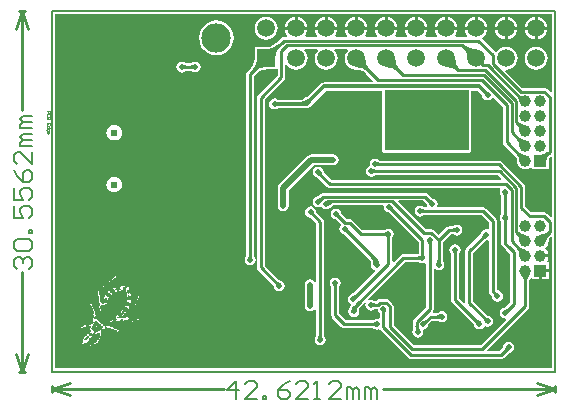
<source format=gbl>
%FSLAX23Y23*%
%MOIN*%
G70*
G01*
G75*
G04 Layer_Physical_Order=2*
G04 Layer_Color=6899487*
%ADD10C,0.010*%
%ADD11C,0.012*%
%ADD12C,0.015*%
%ADD13C,0.025*%
%ADD14R,0.030X0.030*%
%ADD15R,0.100X0.070*%
%ADD16R,0.030X0.030*%
%ADD17R,0.050X0.030*%
%ADD18O,0.067X0.014*%
%ADD19R,0.070X0.100*%
%ADD20R,0.098X0.079*%
%ADD21R,0.091X0.020*%
%ADD22O,0.012X0.071*%
%ADD23O,0.071X0.012*%
%ADD24R,0.039X0.094*%
%ADD25R,0.130X0.094*%
%ADD26R,0.083X0.051*%
%ADD27O,0.087X0.024*%
%ADD28R,0.087X0.055*%
%ADD29C,0.008*%
%ADD30C,0.001*%
%ADD31R,0.188X0.076*%
%ADD32R,0.107X0.104*%
%ADD33C,0.004*%
%ADD34C,0.006*%
%ADD35C,0.001*%
%ADD36C,0.098*%
%ADD37C,0.024*%
%ADD38R,0.059X0.059*%
%ADD39C,0.059*%
%ADD40C,0.039*%
%ADD41R,0.039X0.039*%
%ADD42C,0.020*%
%ADD43C,0.020*%
%ADD44R,0.283X0.202*%
G36*
X10596Y8587D02*
X10591Y8585D01*
X10579Y8597D01*
X10575Y8600D01*
X10570Y8601D01*
X10496D01*
X10440Y8657D01*
X10442Y8661D01*
X10443Y8661D01*
X10453Y8663D01*
X10462Y8666D01*
X10470Y8672D01*
X10476Y8680D01*
X10480Y8689D01*
X10481Y8699D01*
X10480Y8709D01*
X10476Y8718D01*
X10470Y8726D01*
X10462Y8732D01*
X10453Y8736D01*
X10443Y8737D01*
X10433Y8736D01*
X10424Y8732D01*
X10416Y8726D01*
X10416Y8725D01*
X10408Y8720D01*
X10407Y8720D01*
X10362Y8765D01*
X10362Y8766D01*
X10370Y8772D01*
X10376Y8780D01*
X10380Y8789D01*
X10380Y8794D01*
X10306D01*
X10307Y8789D01*
X10310Y8780D01*
X10314Y8776D01*
X10311Y8771D01*
X10275D01*
X10273Y8776D01*
X10276Y8780D01*
X10280Y8789D01*
X10280Y8794D01*
X10206D01*
X10207Y8789D01*
X10210Y8780D01*
X10214Y8776D01*
X10211Y8771D01*
X10175D01*
X10173Y8776D01*
X10176Y8780D01*
X10180Y8789D01*
X10180Y8794D01*
X10106D01*
X10107Y8789D01*
X10110Y8780D01*
X10114Y8776D01*
X10111Y8771D01*
X10075D01*
X10073Y8776D01*
X10076Y8780D01*
X10080Y8789D01*
X10080Y8794D01*
X10006D01*
X10007Y8789D01*
X10010Y8780D01*
X10014Y8776D01*
X10011Y8771D01*
X9975D01*
X9973Y8776D01*
X9976Y8780D01*
X9980Y8789D01*
X9980Y8794D01*
X9906D01*
X9907Y8789D01*
X9910Y8780D01*
X9914Y8776D01*
X9911Y8771D01*
X9875D01*
X9873Y8776D01*
X9876Y8780D01*
X9880Y8789D01*
X9880Y8794D01*
X9806D01*
X9807Y8789D01*
X9810Y8780D01*
X9814Y8776D01*
X9811Y8771D01*
X9775D01*
X9773Y8776D01*
X9776Y8780D01*
X9780Y8789D01*
X9780Y8794D01*
X9706D01*
X9707Y8789D01*
X9710Y8780D01*
X9714Y8776D01*
X9711Y8771D01*
X9702D01*
X9697Y8770D01*
X9693Y8767D01*
X9676Y8750D01*
X9676Y8750D01*
X9676Y8750D01*
X9675Y8750D01*
X9675Y8750D01*
X9666Y8743D01*
X9655Y8738D01*
X9643Y8737D01*
X9643Y8737D01*
Y8737D01*
X9642Y8737D01*
X9606D01*
Y8700D01*
X9605Y8699D01*
X9605D01*
X9605Y8699D01*
X9604Y8687D01*
X9599Y8676D01*
X9593Y8667D01*
X9593Y8667D01*
X9592Y8667D01*
X9592Y8667D01*
X9592Y8667D01*
X9580Y8654D01*
X9577Y8650D01*
X9576Y8645D01*
Y8040D01*
X9576Y8039D01*
X9576D01*
X9576Y8039D01*
X9572Y8034D01*
X9571Y8027D01*
X9572Y8020D01*
X9576Y8014D01*
X9582Y8010D01*
X9589Y8009D01*
X9596Y8010D01*
X9602Y8014D01*
X9606Y8020D01*
X9608Y8027D01*
X9606Y8034D01*
X9603Y8039D01*
X9603Y8039D01*
X9603D01*
X9602Y8040D01*
Y8640D01*
X9611Y8648D01*
X9611Y8648D01*
X9611Y8648D01*
X9611Y8649D01*
X9611Y8649D01*
X9620Y8655D01*
X9631Y8660D01*
X9643Y8661D01*
X9643Y8661D01*
Y8661D01*
X9644Y8662D01*
X9681D01*
D01*
X9681D01*
X9681Y8661D01*
Y8642D01*
X9617Y8577D01*
X9614Y8573D01*
X9613Y8568D01*
Y8002D01*
X9614Y7997D01*
X9617Y7993D01*
X9669Y7941D01*
X9669Y7940D01*
X9669Y7940D01*
X9669Y7940D01*
X9670Y7934D01*
X9674Y7928D01*
X9680Y7924D01*
X9687Y7923D01*
X9694Y7924D01*
X9700Y7928D01*
X9704Y7934D01*
X9706Y7941D01*
X9704Y7948D01*
X9700Y7954D01*
X9694Y7958D01*
X9688Y7959D01*
X9688Y7959D01*
X9688Y7959D01*
X9687Y7960D01*
X9639Y8008D01*
Y8563D01*
X9704Y8627D01*
X9706Y8631D01*
X9707Y8636D01*
Y8676D01*
X9712Y8678D01*
X9716Y8672D01*
X9724Y8666D01*
X9733Y8663D01*
X9743Y8661D01*
X9753Y8663D01*
X9762Y8666D01*
X9770Y8672D01*
X9776Y8680D01*
X9780Y8689D01*
X9781Y8699D01*
X9780Y8709D01*
X9776Y8718D01*
X9770Y8726D01*
X9771Y8729D01*
X9813D01*
X9815Y8724D01*
X9810Y8718D01*
X9807Y8709D01*
X9805Y8699D01*
X9807Y8689D01*
X9810Y8680D01*
X9816Y8672D01*
X9824Y8666D01*
X9833Y8663D01*
X9843Y8661D01*
X9853Y8663D01*
X9862Y8666D01*
X9870Y8672D01*
X9876Y8680D01*
X9880Y8689D01*
X9881Y8699D01*
X9880Y8709D01*
X9876Y8718D01*
X9870Y8726D01*
X9871Y8729D01*
X9913D01*
X9915Y8724D01*
X9910Y8718D01*
X9907Y8709D01*
X9905Y8699D01*
X9907Y8689D01*
X9910Y8680D01*
X9916Y8672D01*
X9924Y8666D01*
X9933Y8663D01*
X9943Y8661D01*
X9944Y8661D01*
X9955Y8660D01*
X9966Y8655D01*
X9975Y8649D01*
X9975Y8649D01*
X9976Y8648D01*
X9976Y8648D01*
X9976Y8648D01*
X10000Y8624D01*
X9998Y8619D01*
X9836D01*
X9836Y8619D01*
X9831Y8618D01*
X9829Y8617D01*
X9826Y8615D01*
X9826Y8615D01*
X9781Y8570D01*
X9776Y8569D01*
X9770Y8565D01*
X9770Y8565D01*
X9766Y8562D01*
X9761Y8561D01*
X9682D01*
X9678Y8564D01*
X9671Y8565D01*
X9664Y8564D01*
X9658Y8560D01*
X9654Y8554D01*
X9653Y8547D01*
X9654Y8540D01*
X9658Y8534D01*
X9664Y8530D01*
X9671Y8529D01*
X9678Y8530D01*
X9682Y8533D01*
X9761D01*
Y8533D01*
X9762Y8533D01*
X9778D01*
X9778Y8533D01*
X9783Y8534D01*
X9783Y8534D01*
X9790Y8535D01*
X9796Y8539D01*
X9800Y8545D01*
X9801Y8550D01*
X9842Y8591D01*
X10028D01*
Y8392D01*
X10029Y8389D01*
X10030Y8386D01*
X10033Y8385D01*
X10036Y8384D01*
X10319D01*
X10322Y8385D01*
X10325Y8386D01*
X10327Y8389D01*
X10327Y8392D01*
Y8591D01*
X10347D01*
X10363Y8575D01*
X10364Y8570D01*
X10368Y8564D01*
X10374Y8560D01*
X10381Y8559D01*
X10388Y8560D01*
X10394Y8564D01*
X10396Y8568D01*
X10401Y8568D01*
X10431Y8538D01*
Y8419D01*
X10433Y8414D01*
X10435Y8410D01*
X10473Y8373D01*
X10473Y8373D01*
X10473Y8373D01*
X10473Y8372D01*
X10478Y8366D01*
X10479Y8358D01*
X10479Y8357D01*
X10479D01*
X10479Y8357D01*
X10480Y8350D01*
X10483Y8343D01*
X10487Y8337D01*
X10493Y8333D01*
X10500Y8330D01*
X10507Y8329D01*
X10514Y8330D01*
X10521Y8333D01*
X10525Y8336D01*
X10529Y8334D01*
Y8329D01*
X10585D01*
Y8356D01*
X10585Y8357D01*
X10585D01*
X10585Y8357D01*
X10587Y8366D01*
X10591Y8372D01*
X10591Y8372D01*
X10594Y8371D01*
X10596Y8370D01*
Y8171D01*
X10591Y8169D01*
X10579Y8181D01*
X10575Y8184D01*
X10570Y8185D01*
X10527D01*
X10506Y8206D01*
Y8271D01*
X10505Y8277D01*
X10502Y8281D01*
X10428Y8354D01*
X10424Y8357D01*
X10419Y8358D01*
X10021D01*
Y8358D01*
X10019Y8359D01*
X10019Y8359D01*
X10013Y8363D01*
X10006Y8364D01*
X9999Y8363D01*
X9993Y8359D01*
X9989Y8353D01*
X9988Y8346D01*
X9989Y8341D01*
X9987Y8339D01*
X9987D01*
X9987Y8339D01*
X9981Y8335D01*
X9977Y8329D01*
X9976Y8322D01*
X9977Y8315D01*
X9981Y8309D01*
X9987Y8305D01*
X9994Y8304D01*
X10001Y8305D01*
X10006Y8308D01*
X10006Y8308D01*
Y8308D01*
X10007Y8309D01*
X10415D01*
X10427Y8297D01*
X10425Y8292D01*
X9862D01*
X9836Y8318D01*
X9836Y8318D01*
X9836D01*
Y8318D01*
D01*
X9836Y8318D01*
Y8318D01*
D01*
D01*
X9836Y8318D01*
X9836Y8319D01*
X9836Y8319D01*
X9836D01*
D01*
D01*
X9836D01*
X9834Y8326D01*
X9830Y8332D01*
X9824Y8336D01*
X9817Y8337D01*
X9810Y8336D01*
X9804Y8332D01*
X9800Y8326D01*
X9799Y8319D01*
X9800Y8312D01*
X9804Y8306D01*
X9810Y8302D01*
X9815Y8301D01*
X9816Y8301D01*
X9817Y8299D01*
Y8299D01*
X9817D01*
X9817Y8299D01*
X9817Y8299D01*
X9817D01*
D01*
X9817Y8299D01*
Y8299D01*
X9817D01*
D01*
D01*
D01*
D01*
X9817Y8299D01*
D01*
X9847Y8270D01*
X9851Y8267D01*
X9856Y8266D01*
X10422D01*
X10424Y8261D01*
X10423Y8260D01*
X10422Y8253D01*
X10423Y8246D01*
X10427Y8241D01*
X10427Y8241D01*
X10427D01*
X10427Y8240D01*
Y8181D01*
X10427Y8180D01*
X10427D01*
X10427Y8180D01*
X10423Y8175D01*
X10422Y8168D01*
X10423Y8161D01*
X10427Y8156D01*
X10427Y8156D01*
X10427D01*
X10427Y8155D01*
Y8081D01*
X10428Y8076D01*
X10431Y8072D01*
X10431Y8072D01*
X10443Y8060D01*
X10455Y8047D01*
Y7884D01*
X10440Y7869D01*
X10439Y7868D01*
X10439Y7868D01*
X10439Y7868D01*
X10433Y7867D01*
X10427Y7863D01*
X10423Y7857D01*
X10422Y7850D01*
X10423Y7843D01*
X10427Y7837D01*
X10433Y7833D01*
X10440Y7832D01*
X10440Y7832D01*
X10443Y7827D01*
X10358Y7742D01*
X10135D01*
X10068Y7809D01*
Y7872D01*
X10067Y7877D01*
X10064Y7881D01*
X10052Y7894D01*
X10048Y7896D01*
X10043Y7897D01*
X10023D01*
X10018Y7896D01*
X10014Y7894D01*
X10010Y7889D01*
X10005D01*
X10004Y7890D01*
Y7890D01*
X10004Y7890D01*
X9999Y7893D01*
X9992Y7894D01*
X9986Y7893D01*
X9983Y7898D01*
X10106Y8020D01*
X10151D01*
X10152Y8019D01*
Y8019D01*
X10152Y8019D01*
X10157Y8016D01*
X10164Y8015D01*
X10171Y8016D01*
X10175Y8013D01*
Y7870D01*
X10136Y7830D01*
X10133Y7826D01*
X10132Y7821D01*
Y7805D01*
X10132D01*
X10132Y7805D01*
Y7795D01*
X10131Y7794D01*
X10129Y7787D01*
X10131Y7779D01*
X10135Y7774D01*
X10141Y7770D01*
X10148Y7768D01*
X10155Y7770D01*
X10161Y7774D01*
X10165Y7779D01*
X10166Y7787D01*
X10165Y7790D01*
X10166Y7794D01*
X10173Y7795D01*
X10179Y7799D01*
X10183Y7805D01*
X10184Y7811D01*
X10184Y7811D01*
X10184Y7811D01*
X10184Y7812D01*
X10197Y7824D01*
X10216D01*
X10216Y7824D01*
Y7824D01*
X10217Y7824D01*
X10222Y7821D01*
X10229Y7819D01*
X10236Y7821D01*
X10242Y7825D01*
X10246Y7831D01*
X10247Y7838D01*
X10246Y7845D01*
X10242Y7851D01*
X10236Y7855D01*
X10229Y7856D01*
X10222Y7855D01*
X10217Y7851D01*
X10216Y7851D01*
Y7851D01*
X10216Y7851D01*
X10200D01*
X10198Y7855D01*
X10200Y7859D01*
X10201Y7864D01*
Y7995D01*
X10206Y7998D01*
X10211Y7994D01*
X10218Y7993D01*
X10225Y7994D01*
X10231Y7998D01*
X10235Y8004D01*
X10237Y8011D01*
X10235Y8018D01*
X10232Y8023D01*
X10232Y8023D01*
X10232D01*
X10231Y8024D01*
Y8086D01*
X10258Y8113D01*
X10265D01*
X10266Y8112D01*
Y8112D01*
X10266Y8112D01*
X10271Y8109D01*
X10278Y8108D01*
X10285Y8109D01*
X10291Y8113D01*
X10295Y8119D01*
X10297Y8126D01*
X10295Y8133D01*
X10291Y8139D01*
X10285Y8143D01*
X10278Y8144D01*
X10271Y8143D01*
X10266Y8140D01*
X10266Y8140D01*
Y8140D01*
X10265Y8139D01*
X10253D01*
X10248Y8138D01*
X10243Y8135D01*
X10218Y8110D01*
X10203Y8125D01*
X10199Y8128D01*
X10194Y8129D01*
X10175D01*
X10084Y8220D01*
X10086Y8225D01*
X10167D01*
X10179Y8213D01*
X10179Y8212D01*
X10179Y8212D01*
X10179Y8212D01*
X10180Y8206D01*
X10177Y8202D01*
X10169D01*
X10168Y8203D01*
Y8203D01*
X10168Y8203D01*
X10163Y8206D01*
X10156Y8207D01*
X10149Y8206D01*
X10143Y8202D01*
X10139Y8196D01*
X10138Y8189D01*
X10139Y8182D01*
X10143Y8176D01*
X10149Y8172D01*
X10156Y8171D01*
X10163Y8172D01*
X10168Y8175D01*
X10168Y8175D01*
Y8175D01*
X10169Y8176D01*
X10362D01*
X10385Y8153D01*
Y8132D01*
X10381Y8129D01*
X10375Y8130D01*
X10368Y8128D01*
X10362Y8124D01*
X10358Y8118D01*
X10357Y8112D01*
X10357Y8112D01*
X10357Y8112D01*
X10357Y8112D01*
X10310Y8064D01*
X10307Y8060D01*
X10306Y8055D01*
Y7886D01*
X10301Y7884D01*
X10285Y7900D01*
Y8048D01*
X10286Y8049D01*
X10286D01*
X10286Y8049D01*
X10289Y8054D01*
X10291Y8061D01*
X10289Y8068D01*
X10285Y8074D01*
X10279Y8078D01*
X10272Y8079D01*
X10265Y8078D01*
X10259Y8074D01*
X10255Y8068D01*
X10254Y8061D01*
X10255Y8054D01*
X10259Y8049D01*
X10259Y8049D01*
X10259D01*
X10259Y8048D01*
Y7894D01*
X10260Y7889D01*
X10263Y7885D01*
X10334Y7813D01*
Y7813D01*
X10334Y7813D01*
X10334Y7813D01*
X10334Y7813D01*
D01*
D01*
D01*
D01*
X10334Y7813D01*
X10335Y7812D01*
X10336Y7811D01*
X10337Y7807D01*
X10341Y7801D01*
X10347Y7797D01*
X10354Y7795D01*
X10361Y7797D01*
X10367Y7801D01*
X10371Y7807D01*
X10371Y7807D01*
X10374Y7805D01*
X10381Y7804D01*
X10388Y7805D01*
X10394Y7809D01*
X10398Y7815D01*
X10400Y7822D01*
X10398Y7829D01*
X10394Y7835D01*
X10388Y7839D01*
X10382Y7840D01*
X10382Y7840D01*
X10382Y7840D01*
X10381Y7841D01*
X10332Y7890D01*
Y8050D01*
X10376Y8093D01*
X10377Y8093D01*
X10377Y8093D01*
X10377Y8093D01*
X10381Y8094D01*
X10385Y8091D01*
Y7923D01*
X10386Y7918D01*
X10389Y7913D01*
X10396Y7906D01*
X10396Y7906D01*
X10396Y7906D01*
X10396Y7906D01*
X10397Y7900D01*
X10401Y7894D01*
X10407Y7890D01*
X10414Y7888D01*
X10421Y7890D01*
X10427Y7894D01*
X10431Y7900D01*
X10432Y7907D01*
X10431Y7914D01*
X10427Y7920D01*
X10421Y7924D01*
X10415Y7925D01*
X10415Y7925D01*
X10415Y7925D01*
X10414Y7925D01*
X10411Y7928D01*
Y8158D01*
X10410Y8163D01*
X10408Y8167D01*
X10377Y8198D01*
X10372Y8201D01*
X10367Y8202D01*
X10217D01*
X10214Y8206D01*
X10216Y8213D01*
X10214Y8220D01*
X10210Y8226D01*
X10204Y8230D01*
X10198Y8231D01*
X10198Y8231D01*
X10198Y8231D01*
X10197Y8232D01*
X10181Y8248D01*
X10177Y8250D01*
X10172Y8251D01*
X9834D01*
X9829Y8250D01*
X9825Y8248D01*
X9817Y8240D01*
X9816Y8239D01*
X9816Y8239D01*
X9816Y8239D01*
X9810Y8238D01*
X9804Y8234D01*
X9800Y8228D01*
X9799Y8221D01*
X9800Y8214D01*
X9804Y8208D01*
X9810Y8204D01*
X9817Y8203D01*
X9824Y8204D01*
X9826Y8205D01*
X9829Y8200D01*
X9835Y8196D01*
X9842Y8195D01*
X9849Y8196D01*
X9855Y8200D01*
X9855Y8200D01*
X9862Y8206D01*
X9870Y8209D01*
X9878Y8210D01*
X10033D01*
X10036Y8206D01*
X10036Y8203D01*
X10037Y8196D01*
X10041Y8190D01*
X10047Y8186D01*
X10053Y8185D01*
X10053Y8185D01*
X10053Y8185D01*
X10054Y8185D01*
X10151Y8088D01*
Y8046D01*
X10100D01*
X10095Y8045D01*
X10091Y8042D01*
X10068Y8020D01*
X10063Y8022D01*
Y8099D01*
X10064Y8100D01*
X10064D01*
X10064Y8100D01*
X10067Y8105D01*
X10069Y8112D01*
X10067Y8119D01*
X10063Y8125D01*
X10057Y8129D01*
X10050Y8130D01*
X10043Y8129D01*
X10038Y8126D01*
X10038Y8126D01*
Y8126D01*
X10037Y8125D01*
X9964D01*
X9930Y8159D01*
X9926Y8162D01*
X9921Y8163D01*
X9912D01*
X9895Y8180D01*
X9894Y8181D01*
X9894Y8181D01*
X9894Y8181D01*
X9893Y8187D01*
X9889Y8193D01*
X9883Y8197D01*
X9876Y8198D01*
X9869Y8197D01*
X9863Y8193D01*
X9859Y8187D01*
X9858Y8180D01*
X9859Y8173D01*
X9863Y8167D01*
X9869Y8163D01*
X9875Y8162D01*
X9875Y8162D01*
X9875Y8162D01*
X9876Y8162D01*
X9892Y8145D01*
X9892Y8143D01*
X9888Y8137D01*
X9887Y8130D01*
X9888Y8123D01*
X9892Y8117D01*
X9898Y8113D01*
X9905Y8111D01*
X9905Y8111D01*
X9905D01*
X9905Y8111D01*
X9905Y8111D01*
D01*
X9905D01*
X9905Y8111D01*
X9905Y8111D01*
X9984Y8033D01*
X9989Y8026D01*
X9992Y8019D01*
X9993Y8010D01*
X9993Y8010D01*
X9994Y8003D01*
X9998Y7997D01*
X10004Y7993D01*
X10005Y7993D01*
X10006Y7988D01*
X9934Y7916D01*
X9933Y7915D01*
X9933Y7915D01*
X9933Y7915D01*
X9927Y7914D01*
X9921Y7910D01*
X9917Y7904D01*
X9916Y7897D01*
X9917Y7890D01*
X9921Y7884D01*
X9924Y7882D01*
X9925Y7877D01*
X9925Y7876D01*
X9921Y7871D01*
X9918Y7864D01*
X9917Y7856D01*
X9917Y7855D01*
X9918Y7848D01*
X9922Y7842D01*
X9928Y7838D01*
X9935Y7837D01*
X9942Y7838D01*
X9948Y7842D01*
X9952Y7848D01*
X9954Y7855D01*
X9953Y7855D01*
X9954Y7863D01*
X9957Y7870D01*
X9962Y7876D01*
X9971Y7885D01*
X9975Y7883D01*
X9974Y7876D01*
X9975Y7869D01*
X9979Y7863D01*
X9985Y7859D01*
X9992Y7858D01*
X9999Y7859D01*
X10004Y7862D01*
X10004Y7862D01*
Y7862D01*
X10005Y7863D01*
X10015D01*
X10016Y7862D01*
X10017Y7856D01*
X10021Y7851D01*
X10021Y7851D01*
X10021D01*
X10021Y7850D01*
Y7833D01*
X10017Y7830D01*
X10013Y7830D01*
X10006Y7829D01*
X10001Y7826D01*
X10001Y7826D01*
Y7826D01*
X10000Y7825D01*
X9909D01*
X9886Y7848D01*
Y7937D01*
X9887Y7938D01*
X9887D01*
X9887Y7938D01*
X9890Y7943D01*
X9892Y7950D01*
X9890Y7957D01*
X9886Y7963D01*
X9880Y7967D01*
X9873Y7968D01*
X9866Y7967D01*
X9860Y7963D01*
X9856Y7957D01*
X9855Y7950D01*
X9856Y7943D01*
X9860Y7938D01*
X9860Y7938D01*
X9860D01*
X9860Y7937D01*
Y7842D01*
X9861Y7837D01*
X9864Y7833D01*
X9894Y7803D01*
X9898Y7800D01*
X9903Y7799D01*
X10000D01*
X10001Y7798D01*
Y7798D01*
X10001Y7798D01*
X10006Y7795D01*
X10013Y7794D01*
X10020Y7795D01*
X10020Y7795D01*
X10020Y7795D01*
X10024Y7794D01*
X10025Y7793D01*
X10118Y7700D01*
X10122Y7697D01*
X10127Y7696D01*
X10425D01*
X10430Y7697D01*
X10435Y7700D01*
X10451Y7717D01*
X10452Y7717D01*
X10452Y7717D01*
X10452Y7717D01*
X10458Y7718D01*
X10464Y7722D01*
X10468Y7728D01*
X10470Y7735D01*
X10468Y7742D01*
X10464Y7748D01*
X10458Y7752D01*
X10451Y7753D01*
X10444Y7752D01*
X10438Y7748D01*
X10434Y7742D01*
X10433Y7736D01*
X10433Y7736D01*
X10433Y7736D01*
X10433Y7735D01*
X10420Y7722D01*
X10382D01*
X10380Y7727D01*
X10517Y7864D01*
X10519Y7868D01*
X10520Y7873D01*
Y7956D01*
X10521D01*
X10520Y7957D01*
X10522Y7964D01*
X10525Y7968D01*
X10529Y7967D01*
Y7963D01*
X10552D01*
Y7991D01*
X10557D01*
Y7996D01*
X10585D01*
Y8019D01*
X10581D01*
X10578Y8023D01*
X10581Y8027D01*
X10584Y8034D01*
X10584Y8036D01*
X10557D01*
Y8046D01*
X10584D01*
X10584Y8048D01*
X10581Y8055D01*
X10577Y8061D01*
X10571Y8065D01*
Y8067D01*
X10577Y8071D01*
X10581Y8077D01*
X10584Y8084D01*
X10585Y8091D01*
X10585Y8091D01*
X10585D01*
X10585Y8091D01*
X10586Y8097D01*
X10589Y8102D01*
X10591Y8104D01*
X10596Y8102D01*
Y7665D01*
X8939D01*
Y8846D01*
X10596D01*
Y8587D01*
D02*
G37*
%LPC*%
G36*
X10438Y8794D02*
X10406D01*
X10407Y8789D01*
X10410Y8780D01*
X10416Y8772D01*
X10424Y8766D01*
X10433Y8763D01*
X10438Y8762D01*
Y8794D01*
D02*
G37*
G36*
X9643Y8837D02*
X9633Y8836D01*
X9624Y8832D01*
X9616Y8826D01*
X9610Y8818D01*
X9607Y8809D01*
X9605Y8799D01*
X9607Y8789D01*
X9610Y8780D01*
X9616Y8772D01*
X9624Y8766D01*
X9633Y8763D01*
X9643Y8761D01*
X9653Y8763D01*
X9662Y8766D01*
X9670Y8772D01*
X9676Y8780D01*
X9680Y8789D01*
X9681Y8799D01*
X9680Y8809D01*
X9676Y8818D01*
X9670Y8826D01*
X9662Y8832D01*
X9653Y8836D01*
X9643Y8837D01*
D02*
G37*
G36*
X9477Y8825D02*
X9462Y8823D01*
X9448Y8817D01*
X9436Y8808D01*
X9427Y8796D01*
X9421Y8782D01*
X9419Y8767D01*
X9421Y8752D01*
X9427Y8738D01*
X9436Y8726D01*
X9448Y8717D01*
X9462Y8711D01*
X9477Y8709D01*
X9492Y8711D01*
X9506Y8717D01*
X9518Y8726D01*
X9527Y8738D01*
X9533Y8752D01*
X9535Y8767D01*
X9533Y8782D01*
X9527Y8796D01*
X9518Y8808D01*
X9506Y8817D01*
X9492Y8823D01*
X9477Y8825D01*
D02*
G37*
G36*
X10580Y8794D02*
X10548D01*
Y8762D01*
X10553Y8763D01*
X10562Y8766D01*
X10570Y8772D01*
X10576Y8780D01*
X10580Y8789D01*
X10580Y8794D01*
D02*
G37*
G36*
X9838Y8836D02*
X9833Y8836D01*
X9824Y8832D01*
X9816Y8826D01*
X9810Y8818D01*
X9807Y8809D01*
X9806Y8804D01*
X9838D01*
Y8836D01*
D02*
G37*
G36*
X10480Y8794D02*
X10448D01*
Y8762D01*
X10453Y8763D01*
X10462Y8766D01*
X10470Y8772D01*
X10476Y8780D01*
X10480Y8789D01*
X10480Y8794D01*
D02*
G37*
G36*
X10538D02*
X10506D01*
X10507Y8789D01*
X10510Y8780D01*
X10516Y8772D01*
X10524Y8766D01*
X10533Y8763D01*
X10538Y8762D01*
Y8794D01*
D02*
G37*
G36*
X9407Y8688D02*
X9400Y8687D01*
X9394Y8683D01*
X9394Y8683D01*
X9394Y8683D01*
Y8683D01*
X9394Y8683D01*
X9376D01*
X9375Y8683D01*
Y8683D01*
X9375Y8683D01*
X9370Y8687D01*
X9363Y8688D01*
X9356Y8687D01*
X9350Y8683D01*
X9346Y8677D01*
X9344Y8670D01*
X9346Y8663D01*
X9350Y8657D01*
X9356Y8653D01*
X9363Y8651D01*
X9370Y8653D01*
X9375Y8656D01*
X9375Y8656D01*
Y8656D01*
X9376Y8656D01*
X9395D01*
X9396Y8656D01*
X9400Y8653D01*
X9407Y8652D01*
X9414Y8653D01*
X9420Y8657D01*
X9424Y8663D01*
X9426Y8670D01*
X9424Y8677D01*
X9420Y8683D01*
X9414Y8687D01*
X9407Y8688D01*
D02*
G37*
G36*
X10585Y7986D02*
X10562D01*
Y7963D01*
X10585D01*
Y7986D01*
D02*
G37*
G36*
X9791Y8205D02*
X9784Y8203D01*
X9778Y8199D01*
X9774Y8193D01*
X9773Y8186D01*
X9774Y8179D01*
X9778Y8173D01*
X9784Y8169D01*
X9790Y8168D01*
X9790Y8168D01*
X9790Y8168D01*
X9791Y8168D01*
X9810Y8149D01*
Y7956D01*
X9805Y7954D01*
X9803Y7957D01*
X9797Y7961D01*
X9790Y7962D01*
X9783Y7961D01*
X9777Y7957D01*
X9773Y7951D01*
X9772Y7944D01*
Y7874D01*
X9773Y7867D01*
X9777Y7861D01*
X9783Y7857D01*
X9790Y7856D01*
X9797Y7857D01*
X9803Y7861D01*
X9805Y7864D01*
X9810Y7862D01*
Y7774D01*
X9809Y7773D01*
X9809D01*
X9809Y7773D01*
X9806Y7768D01*
X9805Y7761D01*
X9806Y7754D01*
X9810Y7748D01*
X9816Y7744D01*
X9823Y7743D01*
X9830Y7744D01*
X9836Y7748D01*
X9840Y7754D01*
X9841Y7761D01*
X9840Y7768D01*
X9837Y7773D01*
X9837Y7773D01*
X9837D01*
X9836Y7774D01*
Y8154D01*
X9835Y8159D01*
X9832Y8164D01*
X9810Y8186D01*
X9809Y8187D01*
X9809Y8187D01*
X9809Y8187D01*
X9808Y8193D01*
X9804Y8199D01*
X9798Y8203D01*
X9791Y8205D01*
D02*
G37*
G36*
X9247Y8010D02*
X8948D01*
X8948Y8009D01*
X8948Y8009D01*
Y7681D01*
X8948Y7681D01*
X8948Y7681D01*
X9247D01*
X9248Y7681D01*
X9248Y7681D01*
Y8009D01*
X9248Y8009D01*
X9247Y8010D01*
D02*
G37*
G36*
X9867Y8379D02*
X9794D01*
X9788Y8378D01*
X9787Y8378D01*
X9781Y8374D01*
X9686Y8279D01*
X9682Y8273D01*
X9682Y8272D01*
X9681Y8266D01*
Y8207D01*
X9682Y8200D01*
X9686Y8194D01*
X9692Y8190D01*
X9699Y8189D01*
X9706Y8190D01*
X9712Y8194D01*
X9716Y8200D01*
X9718Y8207D01*
Y8258D01*
X9802Y8343D01*
X9867D01*
X9874Y8344D01*
X9880Y8348D01*
X9884Y8354D01*
X9886Y8361D01*
X9884Y8368D01*
X9880Y8374D01*
X9874Y8378D01*
X9867Y8379D01*
D02*
G37*
G36*
X10543Y8737D02*
X10533Y8736D01*
X10524Y8732D01*
X10516Y8726D01*
X10510Y8718D01*
X10507Y8709D01*
X10505Y8699D01*
X10507Y8689D01*
X10510Y8680D01*
X10516Y8672D01*
X10524Y8666D01*
X10533Y8663D01*
X10543Y8661D01*
X10553Y8663D01*
X10562Y8666D01*
X10570Y8672D01*
X10576Y8680D01*
X10580Y8689D01*
X10581Y8699D01*
X10580Y8709D01*
X10576Y8718D01*
X10570Y8726D01*
X10562Y8732D01*
X10553Y8736D01*
X10543Y8737D01*
D02*
G37*
G36*
X9136Y8477D02*
X9130Y8476D01*
X9123Y8473D01*
X9118Y8469D01*
X9114Y8464D01*
X9111Y8458D01*
X9110Y8451D01*
X9111Y8444D01*
X9114Y8438D01*
X9118Y8433D01*
X9123Y8428D01*
X9130Y8426D01*
X9136Y8425D01*
X9143Y8426D01*
X9149Y8428D01*
X9155Y8433D01*
X9159Y8438D01*
X9161Y8444D01*
X9162Y8451D01*
X9161Y8458D01*
X9159Y8464D01*
X9155Y8469D01*
X9149Y8473D01*
X9143Y8476D01*
X9136Y8477D01*
D02*
G37*
G36*
Y8304D02*
X9130Y8303D01*
X9123Y8300D01*
X9118Y8296D01*
X9114Y8291D01*
X9111Y8284D01*
X9110Y8278D01*
X9111Y8271D01*
X9114Y8265D01*
X9118Y8259D01*
X9123Y8255D01*
X9130Y8253D01*
X9136Y8252D01*
X9143Y8253D01*
X9149Y8255D01*
X9155Y8259D01*
X9159Y8265D01*
X9161Y8271D01*
X9162Y8278D01*
X9161Y8284D01*
X9159Y8291D01*
X9155Y8296D01*
X9149Y8300D01*
X9143Y8303D01*
X9136Y8304D01*
D02*
G37*
G36*
X9848Y8836D02*
Y8804D01*
X9880D01*
X9880Y8809D01*
X9876Y8818D01*
X9870Y8826D01*
X9862Y8832D01*
X9853Y8836D01*
X9848Y8836D01*
D02*
G37*
G36*
X10138Y8836D02*
X10133Y8836D01*
X10124Y8832D01*
X10116Y8826D01*
X10110Y8818D01*
X10107Y8809D01*
X10106Y8804D01*
X10138D01*
Y8836D01*
D02*
G37*
G36*
X10148D02*
Y8804D01*
X10180D01*
X10180Y8809D01*
X10176Y8818D01*
X10170Y8826D01*
X10162Y8832D01*
X10153Y8836D01*
X10148Y8836D01*
D02*
G37*
G36*
X10038D02*
X10033Y8836D01*
X10024Y8832D01*
X10016Y8826D01*
X10010Y8818D01*
X10007Y8809D01*
X10006Y8804D01*
X10038D01*
Y8836D01*
D02*
G37*
G36*
X10048D02*
Y8804D01*
X10080D01*
X10080Y8809D01*
X10076Y8818D01*
X10070Y8826D01*
X10062Y8832D01*
X10053Y8836D01*
X10048Y8836D01*
D02*
G37*
G36*
X10538D02*
X10533Y8836D01*
X10524Y8832D01*
X10516Y8826D01*
X10510Y8818D01*
X10507Y8809D01*
X10506Y8804D01*
X10538D01*
Y8836D01*
D02*
G37*
G36*
X10548D02*
Y8804D01*
X10580D01*
X10580Y8809D01*
X10576Y8818D01*
X10570Y8826D01*
X10562Y8832D01*
X10553Y8836D01*
X10548Y8836D01*
D02*
G37*
G36*
X10438D02*
X10433Y8836D01*
X10424Y8832D01*
X10416Y8826D01*
X10410Y8818D01*
X10407Y8809D01*
X10406Y8804D01*
X10438D01*
Y8836D01*
D02*
G37*
G36*
X10448D02*
Y8804D01*
X10480D01*
X10480Y8809D01*
X10476Y8818D01*
X10470Y8826D01*
X10462Y8832D01*
X10453Y8836D01*
X10448Y8836D01*
D02*
G37*
G36*
X10238Y8836D02*
X10233Y8836D01*
X10224Y8832D01*
X10216Y8826D01*
X10210Y8818D01*
X10207Y8809D01*
X10206Y8804D01*
X10238D01*
Y8836D01*
D02*
G37*
G36*
X10248D02*
Y8804D01*
X10280D01*
X10280Y8809D01*
X10276Y8818D01*
X10270Y8826D01*
X10262Y8832D01*
X10253Y8836D01*
X10248Y8836D01*
D02*
G37*
G36*
X9938D02*
X9933Y8836D01*
X9924Y8832D01*
X9916Y8826D01*
X9910Y8818D01*
X9907Y8809D01*
X9906Y8804D01*
X9938D01*
Y8836D01*
D02*
G37*
G36*
X9948D02*
Y8804D01*
X9980D01*
X9980Y8809D01*
X9976Y8818D01*
X9970Y8826D01*
X9962Y8832D01*
X9953Y8836D01*
X9948Y8836D01*
D02*
G37*
G36*
X9738Y8836D02*
X9733Y8836D01*
X9724Y8832D01*
X9716Y8826D01*
X9710Y8818D01*
X9707Y8809D01*
X9706Y8804D01*
X9738D01*
Y8836D01*
D02*
G37*
G36*
X9748D02*
Y8804D01*
X9780D01*
X9780Y8809D01*
X9776Y8818D01*
X9770Y8826D01*
X9762Y8832D01*
X9753Y8836D01*
X9748Y8836D01*
D02*
G37*
G36*
X10338Y8836D02*
X10333Y8836D01*
X10324Y8832D01*
X10316Y8826D01*
X10310Y8818D01*
X10307Y8809D01*
X10306Y8804D01*
X10338D01*
Y8836D01*
D02*
G37*
G36*
X10348D02*
Y8804D01*
X10380D01*
X10380Y8809D01*
X10376Y8818D01*
X10370Y8826D01*
X10362Y8832D01*
X10353Y8836D01*
X10348Y8836D01*
D02*
G37*
%LPD*%
D10*
X10582Y8382D02*
G03*
X10572Y8357I25J-25D01*
G01*
X10557Y8372D02*
G03*
X10582Y8382I0J35D01*
G01*
X10482D02*
G03*
X10507Y8372I25J25D01*
G01*
X10492Y8357D02*
G03*
X10482Y8382I-35J0D01*
G01*
X10482Y8432D02*
G03*
X10507Y8422I25J25D01*
G01*
X10492Y8407D02*
G03*
X10482Y8432I-35J0D01*
G01*
X10482Y8482D02*
G03*
X10507Y8472I25J25D01*
G01*
X10492Y8457D02*
G03*
X10482Y8482I-35J0D01*
G01*
X10507Y7956D02*
G03*
X10497Y7981I-35J0D01*
G01*
X10518D02*
G03*
X10507Y7956I25J-25D01*
G01*
X10487Y8064D02*
G03*
X10507Y8056I20J20D01*
G01*
X10492Y8041D02*
G03*
X10480Y8071I-43J0D01*
G01*
X10580Y8111D02*
G03*
X10572Y8091I20J-20D01*
G01*
X10557Y8106D02*
G03*
X10587Y8118I0J43D01*
G01*
X10482Y8116D02*
G03*
X10507Y8106I25J25D01*
G01*
X10492Y8091D02*
G03*
X10482Y8116I-35J0D01*
G01*
X10299Y8741D02*
G03*
X10342Y8724I41J41D01*
G01*
X10315Y8725D02*
G03*
X10343Y8714I26J26D01*
G01*
X10319Y8699D02*
G03*
X10303Y8736I-52J0D01*
G01*
X10329Y8699D02*
G03*
X10320Y8719I-28J0D01*
G01*
X10284Y8659D02*
G03*
X10244Y8675I-38J-38D01*
G01*
X10267Y8675D02*
G03*
X10244Y8685I-23J-23D01*
G01*
X10268Y8698D02*
G03*
X10284Y8659I54J-1D01*
G01*
X10258Y8699D02*
G03*
X10267Y8675I32J-1D01*
G01*
X10085Y8657D02*
G03*
X10043Y8675I-42J-42D01*
G01*
X10068Y8674D02*
G03*
X10043Y8685I-25J-25D01*
G01*
X10068Y8699D02*
G03*
X10085Y8657I59J0D01*
G01*
X10058Y8699D02*
G03*
X10068Y8674I35J0D01*
G01*
X9985Y8657D02*
G03*
X9943Y8675I-42J-42D01*
G01*
X9968Y8674D02*
G03*
X9943Y8685I-25J-25D01*
G01*
X9968Y8699D02*
G03*
X9985Y8657I59J0D01*
G01*
X9958Y8699D02*
G03*
X9968Y8674I35J0D01*
G01*
X9601Y8657D02*
G03*
X9619Y8699I-42J42D01*
G01*
X9618Y8674D02*
G03*
X9629Y8699I-25J25D01*
G01*
X9643Y8675D02*
G03*
X9601Y8657I0J-59D01*
G01*
X9643Y8685D02*
G03*
X9618Y8674I0J-35D01*
G01*
X9685Y8741D02*
G03*
X9668Y8699I42J-42D01*
G01*
X9668Y8724D02*
G03*
X9658Y8699I25J-25D01*
G01*
X9643Y8724D02*
G03*
X9685Y8741I0J59D01*
G01*
X9643Y8714D02*
G03*
X9668Y8724I0J35D01*
G01*
X10011Y8022D02*
G03*
X10015Y8014I12J0D01*
G01*
X10008D02*
G03*
X10011Y8022I-9J9D01*
G01*
X10006Y8010D02*
G03*
X9993Y8043I-46J0D01*
G01*
X10016Y8010D02*
G03*
X10010Y8025I-22J0D01*
G01*
X9943Y7906D02*
G03*
X9939Y7897I9J-9D01*
G01*
X9934Y7902D02*
G03*
X9943Y7906I0J12D01*
G01*
X9873Y7938D02*
G03*
X9870Y7947I-12J0D01*
G01*
X9877D02*
G03*
X9873Y7938I9J-9D01*
G01*
X9935Y7867D02*
G03*
X9939Y7859I12J0D01*
G01*
X9932D02*
G03*
X9935Y7867I-9J9D01*
G01*
X9953Y7886D02*
G03*
X9940Y7855I31J-31D01*
G01*
X9936Y7869D02*
G03*
X9930Y7855I14J-14D01*
G01*
X10004Y7876D02*
G03*
X9996Y7873I0J-12D01*
G01*
Y7880D02*
G03*
X10004Y7876I9J9D01*
G01*
X9826Y8230D02*
G03*
X9822Y8221I9J-9D01*
G01*
X9817Y8226D02*
G03*
X9826Y8230I0J12D01*
G01*
X10164Y8045D02*
G03*
X10168Y8037I12J0D01*
G01*
X10161D02*
G03*
X10164Y8045I-9J9D01*
G01*
X10152Y8033D02*
G03*
X10161Y8037I0J12D01*
G01*
Y8030D02*
G03*
X10152Y8033I-9J-9D01*
G01*
X10218Y8023D02*
G03*
X10222Y8014I12J0D01*
G01*
X10215D02*
G03*
X10218Y8023I-9J9D01*
G01*
X10272Y8049D02*
G03*
X10269Y8058I-12J0D01*
G01*
X10276D02*
G03*
X10272Y8049I9J-9D01*
G01*
X9824Y8311D02*
G03*
X9817Y8314I-7J-7D01*
G01*
X9822Y8319D02*
G03*
X9827Y8309I14J0D01*
G01*
X9823Y7773D02*
G03*
X9827Y7764I12J0D01*
G01*
X9819D02*
G03*
X9823Y7773I-9J9D01*
G01*
X10216Y7838D02*
G03*
X10225Y7841I0J12D01*
G01*
Y7834D02*
G03*
X10216Y7838I-9J-9D01*
G01*
X10145Y7805D02*
G03*
X10151Y7790I21J0D01*
G01*
X10174Y7821D02*
G03*
X10171Y7812I9J-9D01*
G01*
X10166Y7817D02*
G03*
X10174Y7821I0J12D01*
G01*
X10034Y7851D02*
G03*
X10031Y7860I-12J0D01*
G01*
X10038D02*
G03*
X10034Y7851I9J-9D01*
G01*
X10443Y7727D02*
G03*
X10446Y7735I-9J9D01*
G01*
X10451Y7730D02*
G03*
X10443Y7727I0J-12D01*
G01*
X9589Y8039D02*
G03*
X9593Y8031I12J0D01*
G01*
X9586D02*
G03*
X9589Y8039I-9J9D01*
G01*
X10406Y7915D02*
G03*
X10414Y7912I9J9D01*
G01*
X10409Y7907D02*
G03*
X10406Y7915I-12J0D01*
G01*
X10343Y7823D02*
G03*
X10354Y7819I10J10D01*
G01*
X10349Y7814D02*
G03*
X10346Y7820I-10J0D01*
G01*
X10373Y7831D02*
G03*
X10381Y7827I9J9D01*
G01*
X10376Y7822D02*
G03*
X10373Y7831I-12J0D01*
G01*
X10367Y8103D02*
G03*
X10370Y8111I-9J9D01*
G01*
X10375Y8106D02*
G03*
X10367Y8103I0J-12D01*
G01*
X9800Y8178D02*
G03*
X9791Y8181I-9J-9D01*
G01*
X9796Y8186D02*
G03*
X9800Y8178I12J0D01*
G01*
X10449Y7859D02*
G03*
X10445Y7850I9J-9D01*
G01*
X10440Y7855D02*
G03*
X10449Y7859I0J12D01*
G01*
X10266Y8126D02*
G03*
X10275Y8130I0J12D01*
G01*
Y8123D02*
G03*
X10266Y8126I-9J-9D01*
G01*
X10168Y8189D02*
G03*
X10160Y8186I0J-12D01*
G01*
Y8193D02*
G03*
X10168Y8189I9J9D01*
G01*
X9679Y7950D02*
G03*
X9687Y7946I9J9D01*
G01*
X9682Y7941D02*
G03*
X9679Y7950I-12J0D01*
G01*
X10050Y8100D02*
G03*
X10047Y8109I-12J0D01*
G01*
X10054D02*
G03*
X10050Y8100I9J-9D01*
G01*
X10038Y8112D02*
G03*
X10047Y8116I0J12D01*
G01*
Y8109D02*
G03*
X10038Y8112I-9J-9D01*
G01*
X10189Y8222D02*
G03*
X10197Y8218I9J9D01*
G01*
X10192Y8213D02*
G03*
X10189Y8222I-12J0D01*
G01*
X9375Y8670D02*
G03*
X9366Y8666I0J-12D01*
G01*
Y8673D02*
G03*
X9375Y8670I9J9D01*
G01*
X10001Y7812D02*
G03*
X10010Y7816I0J12D01*
G01*
Y7809D02*
G03*
X10001Y7812I-9J-9D01*
G01*
X9394Y8670D02*
G03*
X9404Y8674I0J14D01*
G01*
Y8667D02*
G03*
X9396Y8670I-7J-7D01*
G01*
X10006Y8322D02*
G03*
X9998Y8319I0J-12D01*
G01*
Y8326D02*
G03*
X10006Y8322I9J9D01*
G01*
X10010Y8350D02*
G03*
X10021Y8345I11J11D01*
G01*
X10440Y8241D02*
G03*
X10437Y8250I-12J0D01*
G01*
X10444D02*
G03*
X10440Y8241I9J-9D01*
G01*
Y8156D02*
G03*
X10437Y8165I-12J0D01*
G01*
X10444D02*
G03*
X10440Y8156I9J-9D01*
G01*
Y8180D02*
G03*
X10444Y8172I12J0D01*
G01*
X10437D02*
G03*
X10440Y8180I-9J9D01*
G01*
X9885Y8172D02*
G03*
X9876Y8175I-9J-9D01*
G01*
X9881Y8180D02*
G03*
X9885Y8172I12J0D01*
G01*
X9914Y8121D02*
G03*
X9905Y8125I-9J-9D01*
G01*
X9910Y8130D02*
G03*
X9913Y8122I11J0D01*
G01*
X9851Y8222D02*
G03*
X9847Y8213I9J-9D01*
G01*
X9842Y8218D02*
G03*
X9851Y8222I0J12D01*
G01*
X9879Y8223D02*
G03*
X9846Y8210I0J-47D01*
G01*
X9855Y8223D02*
G03*
X9839Y8217I0J-23D01*
G01*
X10188Y8080D02*
G03*
X10185Y8089I-12J0D01*
G01*
X10192D02*
G03*
X10188Y8080I9J-9D01*
G01*
X10063Y8195D02*
G03*
X10054Y8198I-9J-9D01*
G01*
X10059Y8203D02*
G03*
X10063Y8195I12J0D01*
G01*
X10055Y8208D02*
X10057Y8206D01*
X10164Y8033D02*
Y8093D01*
X10054Y8203D02*
X10164Y8093D01*
X10272Y7894D02*
X10353Y7813D01*
X9834Y8238D02*
X10172D01*
X10197Y8213D01*
X9817Y8221D02*
X9834Y8238D01*
X9842Y8213D02*
X9852Y8223D01*
X10063D01*
X9994Y8322D02*
X10421D01*
X10477Y8265D01*
Y8121D02*
Y8265D01*
X10419Y8345D02*
X10492Y8271D01*
X10007Y8345D02*
X10419D01*
X10462Y8089D02*
X10510Y8041D01*
X9817Y8318D02*
Y8319D01*
Y8318D02*
X9856Y8279D01*
X10442D01*
X10492Y8201D02*
Y8271D01*
X10462Y8089D02*
Y8259D01*
X10442Y8279D02*
X10462Y8259D01*
X9876Y8180D02*
X9907Y8150D01*
X9921D01*
X10063Y8223D02*
X10170Y8116D01*
X10100Y8033D02*
X10164D01*
Y8032D02*
Y8033D01*
X10170Y8116D02*
X10194D01*
X10440Y8173D02*
Y8253D01*
X10362Y8626D02*
X10445Y8543D01*
X10369Y8642D02*
X10461Y8550D01*
X10016Y8626D02*
X10362D01*
X10445Y8419D02*
Y8543D01*
X10100Y8642D02*
X10369D01*
X10461Y8454D02*
Y8550D01*
X10374Y8659D02*
X10477Y8557D01*
X10360Y8659D02*
X10374D01*
X10477Y8488D02*
Y8557D01*
X10381Y8675D02*
X10499Y8557D01*
X10398Y8680D02*
X10491Y8588D01*
X10367Y8675D02*
X10381D01*
X10006Y8346D02*
X10007Y8345D01*
X10560Y8091D02*
X10588Y8119D01*
Y8154D01*
X9363Y8670D02*
X9407D01*
X10398Y8680D02*
Y8710D01*
X10350Y8758D02*
X10398Y8710D01*
X9702Y8758D02*
X10350D01*
X10440Y8081D02*
Y8163D01*
Y8081D02*
X10452Y8069D01*
X10492Y8201D02*
X10522Y8172D01*
X10477Y8121D02*
X10507Y8091D01*
X10557Y8357D02*
X10588Y8388D01*
X10522Y8172D02*
X10570D01*
X10588Y8154D01*
X10188Y7864D02*
Y8092D01*
X10145Y7821D02*
X10188Y7864D01*
X10145Y7789D02*
Y7821D01*
X10513Y7991D02*
Y7994D01*
X10507Y7873D02*
Y7991D01*
X10363Y7729D02*
X10507Y7873D01*
X10510Y8091D02*
Y8098D01*
X10509Y8093D02*
X10510Y8091D01*
X10440Y8081D02*
X10452Y8069D01*
X10469Y8053D01*
X10055Y7804D02*
Y7872D01*
X10043Y7884D02*
X10055Y7872D01*
X10034Y7802D02*
Y7863D01*
X10145Y7789D02*
X10148Y7787D01*
X10188Y8092D02*
Y8094D01*
X10218Y8092D02*
X10253Y8126D01*
X10278D01*
X9823Y7761D02*
Y8154D01*
X9791Y8186D02*
X9823Y8154D01*
X10319Y7884D02*
X10381Y7822D01*
X10557Y8357D02*
Y8364D01*
X10398Y7923D02*
X10414Y7907D01*
X10414D02*
X10414D01*
X10367Y8189D02*
X10398Y8158D01*
Y7923D02*
Y8158D01*
X10156Y8189D02*
X10367D01*
X10375Y8111D02*
X10376Y8112D01*
X10319Y8055D02*
X10375Y8111D01*
X10319Y7884D02*
Y8055D01*
X10191Y7838D02*
X10229D01*
X10166Y7812D02*
X10191Y7838D01*
X10272Y7894D02*
Y8061D01*
X10445Y8419D02*
X10507Y8357D01*
X10477Y8488D02*
X10507Y8457D01*
X10461Y8454D02*
X10507Y8407D01*
X10440Y7850D02*
X10469Y7879D01*
Y8053D01*
X10034Y7802D02*
X10127Y7709D01*
X10425D01*
X10451Y7735D01*
X10055Y7804D02*
X10130Y7729D01*
X10363D01*
X10015Y7876D02*
X10023Y7884D01*
X10043D01*
X9992Y7876D02*
X10015D01*
X9935Y7855D02*
Y7868D01*
X10100Y8033D01*
X10218Y8011D02*
Y8092D01*
X10194Y8116D02*
X10218Y8092D01*
X9873Y7842D02*
X9903Y7812D01*
X10013D01*
X10360Y8659D02*
X10360Y8659D01*
X10284Y8659D02*
X10360D01*
X10243Y8699D02*
X10284Y8659D01*
X10043Y8699D02*
X10100Y8642D01*
X9943Y8699D02*
X10016Y8626D01*
X10340Y8699D02*
X10343D01*
X10297Y8742D02*
X10340Y8699D01*
X9714Y8742D02*
X10297D01*
X9694Y8722D02*
X9714Y8742D01*
X9643Y8699D02*
X9702Y8758D01*
X9694Y8636D02*
Y8722D01*
X9626Y8002D02*
Y8568D01*
X9694Y8636D01*
X9589Y8645D02*
X9643Y8699D01*
X9589Y8027D02*
Y8645D01*
X9626Y8002D02*
X9687Y7941D01*
X10499Y8557D02*
X10507D01*
X10343Y8699D02*
X10367Y8675D01*
X10570Y8588D02*
X10588Y8570D01*
Y8555D02*
Y8570D01*
Y8555D02*
X10588Y8554D01*
Y8388D02*
Y8554D01*
X10491Y8588D02*
X10570D01*
X9873Y7842D02*
Y7950D01*
X9934Y7897D02*
X10050Y8013D01*
Y8112D01*
X10011Y8010D02*
Y8024D01*
X9906Y8130D02*
X10011Y8024D01*
X9905Y8130D02*
X9906D01*
X9906D01*
X9921Y8150D02*
X9958Y8112D01*
X10050D01*
X10435Y8168D02*
X10440Y8163D01*
X10435Y8168D02*
X10440Y8173D01*
Y8168D02*
X10440Y8168D01*
X8828Y7654D02*
Y7985D01*
Y8527D02*
Y8857D01*
X8808Y7714D02*
X8828Y7654D01*
X8848Y7714D01*
X8808Y8797D02*
X8828Y8857D01*
X8848Y8797D01*
X8818Y7654D02*
X8838D01*
X8818Y8857D02*
X8838D01*
X8928Y7598D02*
X9501D01*
X10033D02*
X10606D01*
X8928D02*
X8988Y7618D01*
X8928Y7598D02*
X8988Y7578D01*
X10546Y7618D02*
X10606Y7598D01*
X10546Y7578D02*
X10606Y7598D01*
X8928Y7588D02*
Y7608D01*
X10606Y7588D02*
Y7608D01*
D11*
X9761Y8547D02*
G03*
X9780Y8555I0J27D01*
G01*
X10353Y8605D02*
X10381Y8577D01*
X9778Y8547D02*
X9783Y8552D01*
X9671Y8547D02*
X9778D01*
X9783Y8552D02*
Y8555D01*
X9836Y8605D02*
X10353D01*
X9783Y8552D02*
X9836Y8605D01*
D29*
X8928Y7654D02*
X10607D01*
X8928D02*
Y8857D01*
X10607D01*
Y7654D02*
Y8857D01*
D30*
X9247Y7681D02*
Y8009D01*
X8948Y7681D02*
Y8009D01*
X9247D01*
X8948Y8008D02*
X9247D01*
X8948Y8007D02*
X9247D01*
X8948Y8006D02*
X9247D01*
X8948Y8005D02*
X9247D01*
X8948Y8004D02*
X9247D01*
X8948Y8003D02*
X9247D01*
X8948Y8002D02*
X9247D01*
X9145Y8001D02*
X9247D01*
X8948D02*
X9142D01*
X9145Y8000D02*
X9247D01*
X8948D02*
X9142D01*
X9146Y7999D02*
X9247D01*
X8948D02*
X9142D01*
X9146Y7998D02*
X9247D01*
X8948D02*
X9142D01*
X9146Y7997D02*
X9247D01*
X8948D02*
X9142D01*
X9146Y7996D02*
X9247D01*
X8948D02*
X9142D01*
X9146Y7995D02*
X9247D01*
X8948D02*
X9142D01*
X9146Y7994D02*
X9247D01*
X8948D02*
X9142D01*
X9146Y7993D02*
X9247D01*
X8948D02*
X9143D01*
X9146Y7992D02*
X9247D01*
X8948D02*
X9143D01*
X9146Y7991D02*
X9247D01*
X8948D02*
X9143D01*
X9146Y7990D02*
X9247D01*
X8948D02*
X9143D01*
X9146Y7989D02*
X9247D01*
X8948D02*
X9143D01*
X9146Y7988D02*
X9247D01*
X8948D02*
X9143D01*
X9146Y7987D02*
X9247D01*
X8948D02*
X9143D01*
X9145Y7986D02*
X9247D01*
X8948D02*
X9143D01*
X9145Y7985D02*
X9247D01*
X8948D02*
X9142D01*
X9145Y7984D02*
X9247D01*
X8948D02*
X9142D01*
X9145Y7983D02*
X9247D01*
X8948D02*
X9142D01*
X9145Y7982D02*
X9247D01*
X8948D02*
X9142D01*
X9145Y7981D02*
X9247D01*
X8948D02*
X9142D01*
X9145Y7980D02*
X9247D01*
X8948D02*
X9142D01*
X9145Y7979D02*
X9247D01*
X8948D02*
X9142D01*
X9145Y7978D02*
X9247D01*
X8948D02*
X9142D01*
X9144Y7977D02*
X9247D01*
X8948D02*
X9141D01*
X9145Y7976D02*
X9247D01*
X8948D02*
X9139D01*
X9146Y7975D02*
X9247D01*
X8948D02*
X9138D01*
X9145Y7974D02*
X9247D01*
X8948D02*
X9137D01*
X9145Y7973D02*
X9247D01*
X8948D02*
X9136D01*
X9144Y7972D02*
X9247D01*
X8948D02*
X9134D01*
X9143Y7971D02*
X9247D01*
X8948D02*
X9133D01*
X9142Y7970D02*
X9247D01*
X8948D02*
X9132D01*
X9141Y7969D02*
X9247D01*
X8948D02*
X9131D01*
X9139Y7968D02*
X9247D01*
X8948D02*
X9130D01*
X9138Y7967D02*
X9247D01*
X8948D02*
X9128D01*
X9137Y7966D02*
X9247D01*
X8948D02*
X9127D01*
X9136Y7965D02*
X9247D01*
X8948D02*
X9126D01*
X9134Y7964D02*
X9247D01*
X8948D02*
X9125D01*
X9133Y7963D02*
X9247D01*
X8948D02*
X9123D01*
X9131Y7962D02*
X9247D01*
X8948D02*
X9122D01*
X9130Y7961D02*
X9247D01*
X8948D02*
X9121D01*
X9128Y7960D02*
X9247D01*
X8948D02*
X9119D01*
X9126Y7959D02*
X9247D01*
X8948D02*
X9118D01*
X9125Y7958D02*
X9247D01*
X8948D02*
X9117D01*
X9124Y7957D02*
X9247D01*
X8948D02*
X9116D01*
X9122Y7956D02*
X9247D01*
X8948D02*
X9115D01*
X9121Y7955D02*
X9247D01*
X8948D02*
X9114D01*
X9120Y7954D02*
X9247D01*
X8948D02*
X9113D01*
X9118Y7953D02*
X9247D01*
X8948D02*
X9111D01*
X9117Y7952D02*
X9247D01*
X9074D02*
X9110D01*
X8948D02*
X9073D01*
X9116Y7951D02*
X9247D01*
X9075D02*
X9109D01*
X8948D02*
X9073D01*
X9114Y7950D02*
X9247D01*
X9076D02*
X9108D01*
X8948D02*
X9074D01*
X9113Y7949D02*
X9247D01*
X9076D02*
X9106D01*
X8948D02*
X9074D01*
X9112Y7948D02*
X9247D01*
X9077D02*
X9105D01*
X8948D02*
X9075D01*
X9110Y7947D02*
X9247D01*
X9077D02*
X9104D01*
X8948D02*
X9075D01*
X9109Y7946D02*
X9247D01*
X9078D02*
X9103D01*
X8948D02*
X9076D01*
X9108Y7945D02*
X9247D01*
X9078D02*
X9101D01*
X8948D02*
X9076D01*
X9107Y7944D02*
X9247D01*
X9079D02*
X9101D01*
X8948D02*
X9076D01*
X9106Y7943D02*
X9247D01*
X9079D02*
X9099D01*
X8948D02*
X9076D01*
X9105Y7942D02*
X9247D01*
X9079D02*
X9098D01*
X8948D02*
X9076D01*
X9187Y7941D02*
X9247D01*
X9174D02*
X9184D01*
X9103D02*
X9156D01*
X9079D02*
X9097D01*
X8948D02*
X9077D01*
X9188Y7940D02*
X9247D01*
X9102D02*
X9149D01*
X9080D02*
X9096D01*
X8948D02*
X9077D01*
X9188Y7939D02*
X9247D01*
X9101D02*
X9146D01*
X9080D02*
X9095D01*
X8948D02*
X9077D01*
X9188Y7938D02*
X9247D01*
X9166D02*
X9174D01*
X9100D02*
X9142D01*
X9080D02*
X9094D01*
X8948D02*
X9077D01*
X9188Y7937D02*
X9247D01*
X9165D02*
X9174D01*
X9147D02*
X9153D01*
X9098D02*
X9138D01*
X9080D02*
X9093D01*
X8948D02*
X9077D01*
X9188Y7936D02*
X9247D01*
X9166D02*
X9177D01*
X9143D02*
X9153D01*
X9097D02*
X9133D01*
X9080D02*
X9092D01*
X8948D02*
X9077D01*
X9187Y7935D02*
X9247D01*
X9165D02*
X9176D01*
X9143D02*
X9152D01*
X9096D02*
X9130D01*
X9080D02*
X9091D01*
X8948D02*
X9077D01*
X9187Y7934D02*
X9247D01*
X9165D02*
X9173D01*
X9143D02*
X9154D01*
X9095D02*
X9128D01*
X9080D02*
X9089D01*
X8948D02*
X9077D01*
X9187Y7933D02*
X9247D01*
X9165D02*
X9174D01*
X9144D02*
X9152D01*
X9094D02*
X9126D01*
X9080D02*
X9089D01*
X8948D02*
X9076D01*
X9187Y7932D02*
X9247D01*
X9165D02*
X9173D01*
X9143D02*
X9152D01*
X9093D02*
X9124D01*
X9078D02*
X9088D01*
X8948D02*
X9075D01*
X9187Y7931D02*
X9247D01*
X9165D02*
X9172D01*
X9144D02*
X9153D01*
X9140D02*
X9142D01*
X9127D02*
X9132D01*
X9092D02*
X9122D01*
X9079D02*
X9086D01*
X8948D02*
X9075D01*
X9187Y7930D02*
X9247D01*
X9165D02*
X9172D01*
X9144D02*
X9152D01*
X9140D02*
X9142D01*
X9125D02*
X9131D01*
X9091D02*
X9121D01*
X9079D02*
X9085D01*
X8948D02*
X9074D01*
X9188Y7929D02*
X9247D01*
X9151D02*
X9155D01*
X9146D02*
X9149D01*
X9124D02*
X9132D01*
X9090D02*
X9119D01*
X9078D02*
X9085D01*
X8948D02*
X9074D01*
X9188Y7928D02*
X9247D01*
X9183D02*
X9185D01*
X9147D02*
X9149D01*
X9122D02*
X9132D01*
X9089D02*
X9118D01*
X9078D02*
X9084D01*
X8948D02*
X9073D01*
X9188Y7927D02*
X9247D01*
X9181D02*
X9185D01*
X9147D02*
X9148D01*
X9122D02*
X9137D01*
X9088D02*
X9117D01*
X9078D02*
X9083D01*
X8948D02*
X9072D01*
X9188Y7926D02*
X9247D01*
X9180D02*
X9186D01*
X9163D02*
X9171D01*
X9123D02*
X9136D01*
X9087D02*
X9116D01*
X9077D02*
X9082D01*
X8948D02*
X9072D01*
X9189Y7925D02*
X9247D01*
X9179D02*
X9186D01*
X9158D02*
X9173D01*
X9124D02*
X9134D01*
X9086D02*
X9115D01*
X9076D02*
X9080D01*
X8948D02*
X9071D01*
X9189Y7924D02*
X9247D01*
X9178D02*
X9187D01*
X9151D02*
X9173D01*
X9124D02*
X9134D01*
X9085D02*
X9114D01*
X9075D02*
X9080D01*
X8948D02*
X9071D01*
X9189Y7923D02*
X9247D01*
X9179D02*
X9187D01*
X9148D02*
X9174D01*
X9125D02*
X9134D01*
X9085D02*
X9113D01*
X9075D02*
X9080D01*
X8948D02*
X9070D01*
X9189Y7922D02*
X9247D01*
X9180D02*
X9187D01*
X9166D02*
X9171D01*
X9145D02*
X9162D01*
X9125D02*
X9136D01*
X9085D02*
X9112D01*
X9075D02*
X9079D01*
X8948D02*
X9070D01*
X9190Y7921D02*
X9247D01*
X9180D02*
X9187D01*
X9166D02*
X9168D01*
X9158D02*
X9162D01*
X9143D02*
X9156D01*
X9134D02*
X9136D01*
X9131D02*
X9132D01*
X9126D02*
X9129D01*
X9086D02*
X9111D01*
X9074D02*
X9079D01*
X8948D02*
X9069D01*
X9241Y7920D02*
X9247D01*
X9190D02*
X9238D01*
X9179D02*
X9187D01*
X9172D02*
X9175D01*
X9154D02*
X9167D01*
X9141D02*
X9153D01*
X9134D02*
X9136D01*
X9127D02*
X9129D01*
X9121D02*
X9123D01*
X9086D02*
X9110D01*
X9073D02*
X9079D01*
X8948D02*
X9069D01*
X9242Y7919D02*
X9247D01*
X9190D02*
X9232D01*
X9180D02*
X9187D01*
X9169D02*
X9175D01*
X9140D02*
X9166D01*
X9130D02*
X9131D01*
X9112D02*
X9114D01*
X9087D02*
X9109D01*
X9073D02*
X9079D01*
X8948D02*
X9068D01*
X9242Y7918D02*
X9247D01*
X9190D02*
X9229D01*
X9181D02*
X9184D01*
X9164D02*
X9175D01*
X9147D02*
X9162D01*
X9141D02*
X9145D01*
X9137D02*
X9139D01*
X9130D02*
X9132D01*
X9111D02*
X9116D01*
X9087D02*
X9109D01*
X9072D02*
X9079D01*
X8948D02*
X9068D01*
X9241Y7917D02*
X9247D01*
X9191D02*
X9227D01*
X9169D02*
X9175D01*
X9165D02*
X9167D01*
X9157D02*
X9160D01*
X9147D02*
X9155D01*
X9135D02*
X9145D01*
X9111D02*
X9117D01*
X9087D02*
X9108D01*
X9072D02*
X9079D01*
X8948D02*
X9067D01*
X9234Y7916D02*
X9247D01*
X9191D02*
X9226D01*
X9172D02*
X9175D01*
X9169D02*
X9170D01*
X9142D02*
X9167D01*
X9134D02*
X9141D01*
X9110D02*
X9118D01*
X9087D02*
X9108D01*
X9071D02*
X9079D01*
X8948D02*
X9067D01*
X9231Y7915D02*
X9247D01*
X9191D02*
X9223D01*
X9172D02*
X9174D01*
X9169D02*
X9170D01*
X9142D02*
X9167D01*
X9132D02*
X9139D01*
X9110D02*
X9120D01*
X9088D02*
X9107D01*
X9070D02*
X9079D01*
X8948D02*
X9066D01*
X9229Y7914D02*
X9247D01*
X9191D02*
X9221D01*
X9169D02*
X9175D01*
X9141D02*
X9167D01*
X9131D02*
X9139D01*
X9109D02*
X9120D01*
X9087D02*
X9106D01*
X9070D02*
X9079D01*
X8948D02*
X9066D01*
X9227Y7913D02*
X9247D01*
X9191D02*
X9219D01*
X9174D02*
X9176D01*
X9166D02*
X9172D01*
X9140D02*
X9164D01*
X9132D02*
X9138D01*
X9108D02*
X9121D01*
X9088D02*
X9106D01*
X9069D02*
X9079D01*
X8948D02*
X9065D01*
X9225Y7912D02*
X9247D01*
X9191D02*
X9217D01*
X9153D02*
X9176D01*
X9136D02*
X9152D01*
X9132D02*
X9134D01*
X9128D02*
X9130D01*
X9120D02*
X9121D01*
X9108D02*
X9118D01*
X9088D02*
X9105D01*
X9069D02*
X9079D01*
X8948D02*
X9065D01*
X9223Y7911D02*
X9247D01*
X9192D02*
X9215D01*
X9181D02*
X9183D01*
X9173D02*
X9176D01*
X9168D02*
X9170D01*
X9145D02*
X9166D01*
X9127D02*
X9140D01*
X9108D02*
X9118D01*
X9088D02*
X9104D01*
X9068D02*
X9079D01*
X8948D02*
X9064D01*
X9220Y7910D02*
X9247D01*
X9192D02*
X9214D01*
X9172D02*
X9176D01*
X9168D02*
X9169D01*
X9151D02*
X9166D01*
X9145D02*
X9149D01*
X9126D02*
X9143D01*
X9120D02*
X9122D01*
X9109D02*
X9118D01*
X9088D02*
X9104D01*
X9068D02*
X9079D01*
X8948D02*
X9064D01*
X9221Y7909D02*
X9247D01*
X9192D02*
X9214D01*
X9163D02*
X9176D01*
X9128D02*
X9161D01*
X9125D02*
X9126D01*
X9120D02*
X9122D01*
X9112D02*
X9116D01*
X9088D02*
X9103D01*
X9067D02*
X9079D01*
X8948D02*
X9063D01*
X9221Y7908D02*
X9247D01*
X9192D02*
X9213D01*
X9170D02*
X9176D01*
X9163D02*
X9168D01*
X9124D02*
X9161D01*
X9118D02*
X9121D01*
X9114D02*
X9116D01*
X9088D02*
X9103D01*
X9066D02*
X9079D01*
X8948D02*
X9063D01*
X9221Y7907D02*
X9247D01*
X9192D02*
X9213D01*
X9172D02*
X9176D01*
X9166D02*
X9167D01*
X9148D02*
X9164D01*
X9123D02*
X9146D01*
X9088D02*
X9102D01*
X9066D02*
X9078D01*
X8948D02*
X9062D01*
X9220Y7906D02*
X9247D01*
X9192D02*
X9212D01*
X9181D02*
X9190D01*
X9172D02*
X9176D01*
X9166D02*
X9170D01*
X9147D02*
X9164D01*
X9135D02*
X9145D01*
X9126D02*
X9133D01*
X9122D02*
X9124D01*
X9088D02*
X9102D01*
X9081D02*
X9082D01*
X9065D02*
X9079D01*
X8948D02*
X9062D01*
X9220Y7905D02*
X9247D01*
X9192D02*
X9212D01*
X9181D02*
X9190D01*
X9167D02*
X9176D01*
X9135D02*
X9165D01*
X9126D02*
X9133D01*
X9121D02*
X9124D01*
X9088D02*
X9101D01*
X9081D02*
X9083D01*
X9065D02*
X9078D01*
X8948D02*
X9061D01*
X9219Y7904D02*
X9247D01*
X9192D02*
X9212D01*
X9180D02*
X9190D01*
X9168D02*
X9176D01*
X9120D02*
X9165D01*
X9088D02*
X9100D01*
X9065D02*
X9079D01*
X8948D02*
X9061D01*
X9219Y7903D02*
X9247D01*
X9192D02*
X9212D01*
X9181D02*
X9190D01*
X9168D02*
X9176D01*
X9146D02*
X9165D01*
X9119D02*
X9142D01*
X9088D02*
X9100D01*
X9064D02*
X9079D01*
X8948D02*
X9060D01*
X9218Y7902D02*
X9247D01*
X9192D02*
X9211D01*
X9181D02*
X9190D01*
X9173D02*
X9176D01*
X9167D02*
X9171D01*
X9146D02*
X9164D01*
X9119D02*
X9144D01*
X9088D02*
X9099D01*
X9081D02*
X9083D01*
X9064D02*
X9079D01*
X8948D02*
X9060D01*
X9218Y7901D02*
X9247D01*
X9192D02*
X9211D01*
X9181D02*
X9190D01*
X9173D02*
X9176D01*
X9162D02*
X9171D01*
X9138D02*
X9160D01*
X9118D02*
X9136D01*
X9089D02*
X9099D01*
X9063D02*
X9079D01*
X8948D02*
X9060D01*
X9217Y7900D02*
X9247D01*
X9192D02*
X9211D01*
X9181D02*
X9190D01*
X9168D02*
X9176D01*
X9162D02*
X9166D01*
X9145D02*
X9160D01*
X9137D02*
X9143D01*
X9128D02*
X9134D01*
X9117D02*
X9127D01*
X9089D02*
X9098D01*
X9062D02*
X9079D01*
X8948D02*
X9059D01*
X9217Y7899D02*
X9247D01*
X9192D02*
X9210D01*
X9180D02*
X9190D01*
X9168D02*
X9176D01*
X9164D02*
X9166D01*
X9145D02*
X9162D01*
X9117D02*
X9143D01*
X9106D02*
X9109D01*
X9089D02*
X9098D01*
X9081D02*
X9083D01*
X9062D02*
X9079D01*
X8948D02*
X9059D01*
X9216Y7898D02*
X9247D01*
X9192D02*
X9210D01*
X9181D02*
X9190D01*
X9172D02*
X9176D01*
X9164D02*
X9170D01*
X9153D02*
X9162D01*
X9116D02*
X9151D01*
X9100D02*
X9104D01*
X9089D02*
X9097D01*
X9081D02*
X9083D01*
X9062D02*
X9079D01*
X8948D02*
X9058D01*
X9216Y7897D02*
X9247D01*
X9192D02*
X9210D01*
X9182D02*
X9190D01*
X9178D02*
X9180D01*
X9133D02*
X9176D01*
X9116D02*
X9131D01*
X9099D02*
X9108D01*
X9089D02*
X9097D01*
X9061D02*
X9079D01*
X8948D02*
X9058D01*
X9216Y7896D02*
X9247D01*
X9192D02*
X9209D01*
X9182D02*
X9190D01*
X9132D02*
X9175D01*
X9116D02*
X9130D01*
X9099D02*
X9110D01*
X9089D02*
X9096D01*
X9061D02*
X9079D01*
X8948D02*
X9058D01*
X9215Y7895D02*
X9247D01*
X9192D02*
X9209D01*
X9185D02*
X9190D01*
X9168D02*
X9176D01*
X9115D02*
X9161D01*
X9098D02*
X9109D01*
X9090D02*
X9096D01*
X9060D02*
X9079D01*
X8948D02*
X9057D01*
X9215Y7894D02*
X9247D01*
X9192D02*
X9209D01*
X9171D02*
X9175D01*
X9162D02*
X9169D01*
X9144D02*
X9160D01*
X9130D02*
X9142D01*
X9115D02*
X9128D01*
X9098D02*
X9109D01*
X9090D02*
X9095D01*
X9082D02*
X9084D01*
X9060D02*
X9080D01*
X8948D02*
X9057D01*
X9214Y7893D02*
X9247D01*
X9192D02*
X9208D01*
X9162D02*
X9175D01*
X9139D02*
X9159D01*
X9115D02*
X9137D01*
X9097D02*
X9112D01*
X9090D02*
X9095D01*
X9059D02*
X9080D01*
X8948D02*
X9057D01*
X9214Y7892D02*
X9247D01*
X9192D02*
X9208D01*
X9150D02*
X9175D01*
X9115D02*
X9148D01*
X9110D02*
X9112D01*
X9097D02*
X9108D01*
X9090D02*
X9094D01*
X9059D02*
X9080D01*
X8948D02*
X9056D01*
X9213Y7891D02*
X9247D01*
X9192D02*
X9208D01*
X9168D02*
X9175D01*
X9161D02*
X9166D01*
X9129D02*
X9159D01*
X9115D02*
X9127D01*
X9096D02*
X9108D01*
X9090D02*
X9094D01*
X9082D02*
X9084D01*
X9058D02*
X9080D01*
X8948D02*
X9056D01*
X9213Y7890D02*
X9247D01*
X9191D02*
X9207D01*
X9161D02*
X9174D01*
X9133D02*
X9158D01*
X9129D02*
X9131D01*
X9114D02*
X9127D01*
X9096D02*
X9109D01*
X9091D02*
X9094D01*
X9082D02*
X9084D01*
X9058D02*
X9080D01*
X8948D02*
X9055D01*
X9212Y7889D02*
X9247D01*
X9191D02*
X9207D01*
X9170D02*
X9173D01*
X9164D02*
X9168D01*
X9159D02*
X9162D01*
X9154D02*
X9158D01*
X9114D02*
X9152D01*
X9108D02*
X9110D01*
X9098D02*
X9107D01*
X9091D02*
X9093D01*
X9082D02*
X9084D01*
X9058D02*
X9080D01*
X8948D02*
X9055D01*
X9212Y7888D02*
X9247D01*
X9191D02*
X9207D01*
X9170D02*
X9173D01*
X9154D02*
X9168D01*
X9143D02*
X9152D01*
X9114D02*
X9142D01*
X9100D02*
X9110D01*
X9091D02*
X9093D01*
X9057D02*
X9080D01*
X8948D02*
X9054D01*
X9211Y7887D02*
X9247D01*
X9191D02*
X9206D01*
X9169D02*
X9174D01*
X9160D02*
X9167D01*
X9146D02*
X9158D01*
X9128D02*
X9144D01*
X9121D02*
X9126D01*
X9114D02*
X9120D01*
X9103D02*
X9107D01*
X9097D02*
X9099D01*
X9091D02*
X9093D01*
X9057D02*
X9080D01*
X8948D02*
X9054D01*
X9211Y7886D02*
X9247D01*
X9191D02*
X9206D01*
X9169D02*
X9171D01*
X9160D02*
X9167D01*
X9146D02*
X9158D01*
X9121D02*
X9144D01*
X9114D02*
X9120D01*
X9104D02*
X9107D01*
X9056D02*
X9081D01*
X8948D02*
X9054D01*
X9210Y7885D02*
X9247D01*
X9191D02*
X9206D01*
X9175D02*
X9183D01*
X9165D02*
X9174D01*
X9158D02*
X9163D01*
X9114D02*
X9156D01*
X9056D02*
X9081D01*
X8948D02*
X9054D01*
X9210Y7884D02*
X9247D01*
X9190D02*
X9205D01*
X9177D02*
X9183D01*
X9157D02*
X9173D01*
X9142D02*
X9156D01*
X9128D02*
X9140D01*
X9114D02*
X9126D01*
X9056D02*
X9081D01*
X8948D02*
X9053D01*
X9210Y7883D02*
X9247D01*
X9190D02*
X9205D01*
X9177D02*
X9187D01*
X9170D02*
X9173D01*
X9157D02*
X9168D01*
X9141D02*
X9155D01*
X9136D02*
X9139D01*
X9128D02*
X9135D01*
X9114D02*
X9126D01*
X9111D02*
X9112D01*
X9058D02*
X9081D01*
X8948D02*
X9052D01*
X9209Y7882D02*
X9247D01*
X9190D02*
X9205D01*
X9177D02*
X9187D01*
X9169D02*
X9173D01*
X9157D02*
X9165D01*
X9151D02*
X9155D01*
X9140D02*
X9150D01*
X9114D02*
X9138D01*
X9111D02*
X9112D01*
X9097D02*
X9099D01*
X9083D02*
X9086D01*
X9063D02*
X9081D01*
X9058D02*
X9061D01*
X8948D02*
X9052D01*
X9209Y7881D02*
X9247D01*
X9190D02*
X9204D01*
X9177D02*
X9187D01*
X9168D02*
X9172D01*
X9163D02*
X9164D01*
X9140D02*
X9161D01*
X9121D02*
X9138D01*
X9114D02*
X9119D01*
X9084D02*
X9086D01*
X9063D02*
X9081D01*
X8948D02*
X9052D01*
X9208Y7880D02*
X9247D01*
X9189D02*
X9204D01*
X9177D02*
X9187D01*
X9167D02*
X9172D01*
X9157D02*
X9165D01*
X9147D02*
X9154D01*
X9114D02*
X9144D01*
X9108D02*
X9110D01*
X9084D02*
X9086D01*
X9063D02*
X9081D01*
X8948D02*
X9052D01*
X9208Y7879D02*
X9247D01*
X9189D02*
X9203D01*
X9176D02*
X9187D01*
X9167D02*
X9171D01*
X9157D02*
X9166D01*
X9146D02*
X9153D01*
X9130D02*
X9144D01*
X9114D02*
X9128D01*
X9107D02*
X9109D01*
X9084D02*
X9086D01*
X9063D02*
X9082D01*
X8948D02*
X9052D01*
X9207Y7878D02*
X9247D01*
X9188D02*
X9203D01*
X9176D02*
X9186D01*
X9162D02*
X9171D01*
X9158D02*
X9160D01*
X9155D02*
X9157D01*
X9138D02*
X9152D01*
X9114D02*
X9136D01*
X9107D02*
X9109D01*
X9084D02*
X9085D01*
X9063D02*
X9082D01*
X8948D02*
X9052D01*
X9207Y7877D02*
X9247D01*
X9188D02*
X9203D01*
X9182D02*
X9186D01*
X9162D02*
X9170D01*
X9159D02*
X9160D01*
X9154D02*
X9156D01*
X9138D02*
X9151D01*
X9120D02*
X9136D01*
X9114D02*
X9119D01*
X9108D02*
X9110D01*
X9092D02*
X9097D01*
X9084D02*
X9085D01*
X9063D02*
X9082D01*
X8948D02*
X9052D01*
X9206Y7876D02*
X9247D01*
X9188D02*
X9202D01*
X9153D02*
X9170D01*
X9143D02*
X9151D01*
X9137D02*
X9141D01*
X9121D02*
X9136D01*
X9114D02*
X9119D01*
X9109D02*
X9111D01*
X9105D02*
X9106D01*
X9092D02*
X9098D01*
X9063D02*
X9082D01*
X8948D02*
X9052D01*
X9206Y7875D02*
X9247D01*
X9187D02*
X9202D01*
X9143D02*
X9169D01*
X9137D02*
X9141D01*
X9114D02*
X9136D01*
X9109D02*
X9111D01*
X9104D02*
X9107D01*
X9091D02*
X9100D01*
X9063D02*
X9083D01*
X9055D02*
X9057D01*
X8948D02*
X9052D01*
X9205Y7874D02*
X9247D01*
X9187D02*
X9201D01*
X9164D02*
X9169D01*
X9157D02*
X9162D01*
X9137D02*
X9155D01*
X9127D02*
X9135D01*
X9114D02*
X9125D01*
X9103D02*
X9110D01*
X9091D02*
X9099D01*
X9063D02*
X9083D01*
X8948D02*
X9052D01*
X9205Y7873D02*
X9247D01*
X9187D02*
X9201D01*
X9151D02*
X9168D01*
X9120D02*
X9149D01*
X9114D02*
X9119D01*
X9101D02*
X9109D01*
X9091D02*
X9096D01*
X9063D02*
X9083D01*
X8948D02*
X9053D01*
X9204Y7872D02*
X9247D01*
X9187D02*
X9200D01*
X9136D02*
X9168D01*
X9132D02*
X9134D01*
X9127D02*
X9130D01*
X9114D02*
X9125D01*
X9105D02*
X9108D01*
X9100D02*
X9103D01*
X9090D02*
X9096D01*
X9064D02*
X9083D01*
X9056D02*
X9058D01*
X8948D02*
X9053D01*
X9204Y7871D02*
X9247D01*
X9186D02*
X9200D01*
X9174D02*
X9175D01*
X9162D02*
X9167D01*
X9156D02*
X9160D01*
X9150D02*
X9154D01*
X9136D02*
X9148D01*
X9114D02*
X9134D01*
X9110D02*
X9112D01*
X9100D02*
X9108D01*
X9090D02*
X9097D01*
X9065D02*
X9083D01*
X9056D02*
X9058D01*
X8948D02*
X9053D01*
X9203Y7870D02*
X9247D01*
X9186D02*
X9199D01*
X9162D02*
X9166D01*
X9150D02*
X9160D01*
X9136D02*
X9148D01*
X9121D02*
X9134D01*
X9114D02*
X9119D01*
X9099D02*
X9108D01*
X9090D02*
X9096D01*
X9065D02*
X9084D01*
X9056D02*
X9058D01*
X8948D02*
X9053D01*
X9203Y7869D02*
X9247D01*
X9186D02*
X9199D01*
X9168D02*
X9170D01*
X9135D02*
X9165D01*
X9114D02*
X9134D01*
X9098D02*
X9107D01*
X9090D02*
X9096D01*
X9066D02*
X9084D01*
X9057D02*
X9059D01*
X8948D02*
X9054D01*
X9202Y7868D02*
X9247D01*
X9186D02*
X9199D01*
X9167D02*
X9173D01*
X9152D02*
X9165D01*
X9148D02*
X9150D01*
X9135D02*
X9147D01*
X9113D02*
X9133D01*
X9097D02*
X9111D01*
X9089D02*
X9095D01*
X9066D02*
X9084D01*
X9057D02*
X9059D01*
X8948D02*
X9054D01*
X9202Y7867D02*
X9247D01*
X9186D02*
X9198D01*
X9169D02*
X9174D01*
X9156D02*
X9164D01*
X9152D02*
X9154D01*
X9148D02*
X9150D01*
X9135D02*
X9144D01*
X9130D02*
X9133D01*
X9113D02*
X9128D01*
X9097D02*
X9112D01*
X9090D02*
X9094D01*
X9067D02*
X9084D01*
X9057D02*
X9062D01*
X8948D02*
X9054D01*
X9201Y7866D02*
X9247D01*
X9186D02*
X9198D01*
X9169D02*
X9175D01*
X9143D02*
X9163D01*
X9135D02*
X9140D01*
X9113D02*
X9133D01*
X9096D02*
X9105D01*
X9067D02*
X9085D01*
X9058D02*
X9061D01*
X8948D02*
X9055D01*
X9201Y7865D02*
X9247D01*
X9185D02*
X9197D01*
X9169D02*
X9179D01*
X9165D02*
X9167D01*
X9143D02*
X9162D01*
X9123D02*
X9132D01*
X9113D02*
X9122D01*
X9095D02*
X9107D01*
X9068D02*
X9085D01*
X9058D02*
X9060D01*
X8948D02*
X9055D01*
X9200Y7864D02*
X9247D01*
X9184D02*
X9197D01*
X9168D02*
X9180D01*
X9152D02*
X9162D01*
X9138D02*
X9150D01*
X9113D02*
X9132D01*
X9095D02*
X9110D01*
X9068D02*
X9085D01*
X9058D02*
X9062D01*
X8948D02*
X9055D01*
X9200Y7863D02*
X9247D01*
X9184D02*
X9196D01*
X9167D02*
X9181D01*
X9158D02*
X9160D01*
X9113D02*
X9155D01*
X9094D02*
X9110D01*
X9069D02*
X9085D01*
X9058D02*
X9063D01*
X8948D02*
X9056D01*
X9199Y7862D02*
X9247D01*
X9183D02*
X9196D01*
X9166D02*
X9180D01*
X9131D02*
X9159D01*
X9113D02*
X9127D01*
X9104D02*
X9108D01*
X9093D02*
X9103D01*
X9070D02*
X9085D01*
X9059D02*
X9062D01*
X8948D02*
X9056D01*
X9199Y7861D02*
X9247D01*
X9182D02*
X9196D01*
X9165D02*
X9179D01*
X9152D02*
X9159D01*
X9119D02*
X9150D01*
X9113D02*
X9118D01*
X9092D02*
X9109D01*
X9070D02*
X9085D01*
X9059D02*
X9061D01*
X8948D02*
X9056D01*
X9198Y7860D02*
X9247D01*
X9181D02*
X9195D01*
X9167D02*
X9179D01*
X9147D02*
X9158D01*
X9113D02*
X9145D01*
X9096D02*
X9111D01*
X9091D02*
X9094D01*
X9070D02*
X9084D01*
X9059D02*
X9064D01*
X8948D02*
X9057D01*
X9198Y7859D02*
X9247D01*
X9181D02*
X9195D01*
X9167D02*
X9178D01*
X9151D02*
X9157D01*
X9147D02*
X9149D01*
X9114D02*
X9145D01*
X9103D02*
X9109D01*
X9091D02*
X9101D01*
X9071D02*
X9084D01*
X9060D02*
X9064D01*
X8948D02*
X9057D01*
X9197Y7858D02*
X9247D01*
X9180D02*
X9194D01*
X9168D02*
X9177D01*
X9151D02*
X9156D01*
X9134D02*
X9149D01*
X9125D02*
X9133D01*
X9115D02*
X9123D01*
X9102D02*
X9107D01*
X9090D02*
X9101D01*
X9071D02*
X9084D01*
X9060D02*
X9063D01*
X8948D02*
X9057D01*
X9197Y7857D02*
X9247D01*
X9179D02*
X9194D01*
X9168D02*
X9177D01*
X9163D02*
X9167D01*
X9112D02*
X9155D01*
X9109D02*
X9110D01*
X9089D02*
X9108D01*
X9072D02*
X9083D01*
X9061D02*
X9064D01*
X8948D02*
X9058D01*
X9197Y7856D02*
X9247D01*
X9178D02*
X9193D01*
X9170D02*
X9176D01*
X9149D02*
X9154D01*
X9145D02*
X9147D01*
X9134D02*
X9143D01*
X9112D02*
X9132D01*
X9093D02*
X9108D01*
X9088D02*
X9092D01*
X9072D02*
X9083D01*
X9061D02*
X9064D01*
X8948D02*
X9058D01*
X9196Y7855D02*
X9247D01*
X9178D02*
X9193D01*
X9171D02*
X9175D01*
X9134D02*
X9153D01*
X9112D02*
X9132D01*
X9100D02*
X9108D01*
X9087D02*
X9098D01*
X9072D02*
X9083D01*
X9062D02*
X9065D01*
X8948D02*
X9058D01*
X9196Y7854D02*
X9247D01*
X9177D02*
X9192D01*
X9162D02*
X9166D01*
X9112D02*
X9152D01*
X9107D02*
X9109D01*
X9087D02*
X9105D01*
X9073D02*
X9083D01*
X9062D02*
X9067D01*
X8948D02*
X9059D01*
X9195Y7853D02*
X9247D01*
X9176D02*
X9192D01*
X9154D02*
X9156D01*
X9149D02*
X9151D01*
X9143D02*
X9147D01*
X9122D02*
X9142D01*
X9116D02*
X9120D01*
X9112D02*
X9114D01*
X9107D02*
X9109D01*
X9091D02*
X9105D01*
X9086D02*
X9089D01*
X9073D02*
X9083D01*
X9063D02*
X9066D01*
X8948D02*
X9059D01*
X9195Y7852D02*
X9247D01*
X9175D02*
X9191D01*
X9134D02*
X9150D01*
X9121D02*
X9132D01*
X9115D02*
X9119D01*
X9112D02*
X9114D01*
X9098D02*
X9110D01*
X9091D02*
X9096D01*
X9085D02*
X9089D01*
X9073D02*
X9082D01*
X9063D02*
X9065D01*
X8948D02*
X9059D01*
X9194Y7851D02*
X9247D01*
X9175D02*
X9191D01*
X9165D02*
X9169D01*
X9161D02*
X9163D01*
X9155D02*
X9159D01*
X9112D02*
X9146D01*
X9104D02*
X9107D01*
X9089D02*
X9102D01*
X9084D02*
X9087D01*
X9074D02*
X9081D01*
X9064D02*
X9065D01*
X8948D02*
X9060D01*
X9194Y7850D02*
X9247D01*
X9174D02*
X9191D01*
X9161D02*
X9163D01*
X9155D02*
X9157D01*
X9124D02*
X9149D01*
X9112D02*
X9122D01*
X9104D02*
X9110D01*
X9083D02*
X9102D01*
X9074D02*
X9080D01*
X9064D02*
X9066D01*
X8948D02*
X9061D01*
X9194Y7849D02*
X9247D01*
X9173D02*
X9190D01*
X9153D02*
X9158D01*
X9120D02*
X9148D01*
X9111D02*
X9118D01*
X9096D02*
X9108D01*
X9082D02*
X9094D01*
X9074D02*
X9079D01*
X9064D02*
X9066D01*
X8948D02*
X9061D01*
X9193Y7848D02*
X9247D01*
X9172D02*
X9190D01*
X9153D02*
X9158D01*
X9134D02*
X9147D01*
X9111D02*
X9132D01*
X9102D02*
X9108D01*
X9086D02*
X9100D01*
X9081D02*
X9084D01*
X9074D02*
X9078D01*
X8948D02*
X9061D01*
X9193Y7847D02*
X9247D01*
X9171D02*
X9189D01*
X9153D02*
X9164D01*
X9150D02*
X9151D01*
X9111D02*
X9146D01*
X9101D02*
X9108D01*
X9080D02*
X9100D01*
X9074D02*
X9077D01*
X8948D02*
X9062D01*
X9192Y7846D02*
X9247D01*
X9170D02*
X9189D01*
X9150D02*
X9158D01*
X9143D02*
X9145D01*
X9132D02*
X9142D01*
X9119D02*
X9130D01*
X9111D02*
X9117D01*
X9099D02*
X9107D01*
X9079D02*
X9098D01*
X9075D02*
X9076D01*
X8948D02*
X9062D01*
X9192Y7845D02*
X9247D01*
X9170D02*
X9189D01*
X9150D02*
X9160D01*
X9123D02*
X9144D01*
X9111D02*
X9121D01*
X9083D02*
X9106D01*
X9079D02*
X9082D01*
X8948D02*
X9063D01*
X9192Y7844D02*
X9247D01*
X9169D02*
X9188D01*
X9149D02*
X9160D01*
X9110D02*
X9143D01*
X9091D02*
X9105D01*
X9078D02*
X9089D01*
X8948D02*
X9063D01*
X9191Y7843D02*
X9247D01*
X9168D02*
X9188D01*
X9152D02*
X9160D01*
X9140D02*
X9142D01*
X9130D02*
X9138D01*
X9118D02*
X9128D01*
X9110D02*
X9116D01*
X9106D02*
X9108D01*
X9076D02*
X9104D01*
X8948D02*
X9064D01*
X9191Y7842D02*
X9247D01*
X9167D02*
X9187D01*
X9153D02*
X9160D01*
X9139D02*
X9141D01*
X9117D02*
X9137D01*
X9110D02*
X9116D01*
X9105D02*
X9108D01*
X9088D02*
X9101D01*
X9075D02*
X9086D01*
X8948D02*
X9065D01*
X9190Y7841D02*
X9247D01*
X9166D02*
X9187D01*
X9153D02*
X9160D01*
X9138D02*
X9140D01*
X9110D02*
X9135D01*
X9104D02*
X9108D01*
X9088D02*
X9100D01*
X9075D02*
X9086D01*
X8948D02*
X9065D01*
X9190Y7840D02*
X9247D01*
X9179D02*
X9187D01*
X9165D02*
X9177D01*
X9152D02*
X9161D01*
X9109D02*
X9139D01*
X9102D02*
X9107D01*
X9085D02*
X9098D01*
X9074D02*
X9084D01*
X8948D02*
X9066D01*
X9189Y7839D02*
X9247D01*
X9179D02*
X9186D01*
X9164D02*
X9176D01*
X9152D02*
X9161D01*
X9134D02*
X9138D01*
X9128D02*
X9132D01*
X9116D02*
X9126D01*
X9109D02*
X9115D01*
X9100D02*
X9107D01*
X9084D02*
X9095D01*
X9073D02*
X9081D01*
X8948D02*
X9067D01*
X9189Y7838D02*
X9247D01*
X9182D02*
X9186D01*
X9163D02*
X9173D01*
X9153D02*
X9159D01*
X9134D02*
X9137D01*
X9128D02*
X9131D01*
X9116D02*
X9126D01*
X9109D02*
X9114D01*
X9099D02*
X9105D01*
X9084D02*
X9091D01*
X9077D02*
X9081D01*
X9072D02*
X9075D01*
X8948D02*
X9067D01*
X9189Y7837D02*
X9247D01*
X9153D02*
X9158D01*
X9146D02*
X9148D01*
X9127D02*
X9136D01*
X9116D02*
X9124D01*
X9109D02*
X9114D01*
X9096D02*
X9105D01*
X9071D02*
X9087D01*
X8948D02*
X9067D01*
X9188Y7836D02*
X9247D01*
X9154D02*
X9157D01*
X9116D02*
X9135D01*
X9109D02*
X9114D01*
X9092D02*
X9103D01*
X9070D02*
X9083D01*
X8948D02*
X9066D01*
X9188Y7835D02*
X9247D01*
X9137D02*
X9139D01*
X9123D02*
X9133D01*
X9116D02*
X9122D01*
X9108D02*
X9114D01*
X9089D02*
X9101D01*
X9068D02*
X9080D01*
X8948D02*
X9066D01*
X9187Y7834D02*
X9247D01*
X9137D02*
X9140D01*
X9115D02*
X9132D01*
X9108D02*
X9113D01*
X9100D02*
X9106D01*
X9085D02*
X9097D01*
X9070D02*
X9078D01*
X8948D02*
X9063D01*
X9210Y7833D02*
X9247D01*
X9186D02*
X9207D01*
X9136D02*
X9139D01*
X9128D02*
X9131D01*
X9121D02*
X9126D01*
X9115D02*
X9119D01*
X9108D02*
X9113D01*
X9098D02*
X9105D01*
X9083D02*
X9094D01*
X9072D02*
X9076D01*
X8948D02*
X9062D01*
X9215Y7832D02*
X9247D01*
X9186D02*
X9205D01*
X9136D02*
X9140D01*
X9115D02*
X9131D01*
X9107D02*
X9113D01*
X9102D02*
X9105D01*
X9095D02*
X9100D01*
X9080D02*
X9091D01*
X8948D02*
X9062D01*
X9218Y7831D02*
X9247D01*
X9185D02*
X9201D01*
X9132D02*
X9142D01*
X9126D02*
X9129D01*
X9119D02*
X9124D01*
X9107D02*
X9117D01*
X9102D02*
X9105D01*
X9078D02*
X9100D01*
X8948D02*
X9061D01*
X9219Y7830D02*
X9247D01*
X9184D02*
X9200D01*
X9162D02*
X9164D01*
X9132D02*
X9141D01*
X9107D02*
X9128D01*
X9096D02*
X9104D01*
X9088D02*
X9094D01*
X9078D02*
X9086D01*
X8948D02*
X9061D01*
X9220Y7829D02*
X9247D01*
X9205D02*
X9208D01*
X9182D02*
X9199D01*
X9159D02*
X9164D01*
X9132D02*
X9140D01*
X9117D02*
X9127D01*
X9107D02*
X9115D01*
X9095D02*
X9104D01*
X9083D02*
X9093D01*
X9079D02*
X9081D01*
X8948D02*
X9061D01*
X9221Y7828D02*
X9247D01*
X9205D02*
X9216D01*
X9179D02*
X9198D01*
X9156D02*
X9161D01*
X9131D02*
X9140D01*
X9114D02*
X9126D01*
X9106D02*
X9112D01*
X9101D02*
X9104D01*
X9083D02*
X9099D01*
X8948D02*
X9061D01*
X9221Y7827D02*
X9247D01*
X9204D02*
X9217D01*
X9176D02*
X9196D01*
X9131D02*
X9138D01*
X9114D02*
X9125D01*
X9106D02*
X9112D01*
X9082D02*
X9104D01*
X8948D02*
X9061D01*
X9204Y7826D02*
X9247D01*
X9172D02*
X9195D01*
X9106D02*
X9123D01*
X9092D02*
X9104D01*
X9084D02*
X9090D01*
X8948D02*
X9060D01*
X9203Y7825D02*
X9247D01*
X9169D02*
X9194D01*
X9106D02*
X9123D01*
X9101D02*
X9103D01*
X9092D02*
X9099D01*
X9085D02*
X9090D01*
X8948D02*
X9061D01*
X9202Y7824D02*
X9247D01*
X9165D02*
X9193D01*
X9113D02*
X9119D01*
X9105D02*
X9111D01*
X9101D02*
X9103D01*
X9087D02*
X9099D01*
X9071D02*
X9074D01*
X8948D02*
X9061D01*
X9200Y7823D02*
X9247D01*
X9156D02*
X9191D01*
X9105D02*
X9119D01*
X9096D02*
X9103D01*
X9088D02*
X9094D01*
X9072D02*
X9076D01*
X8948D02*
X9061D01*
X9199Y7822D02*
X9247D01*
X9128D02*
X9190D01*
X9105D02*
X9119D01*
X9100D02*
X9103D01*
X9096D02*
X9099D01*
X9089D02*
X9094D01*
X8948D02*
X9061D01*
X9197Y7821D02*
X9247D01*
X9124D02*
X9189D01*
X9105D02*
X9116D01*
X9090D02*
X9103D01*
X9077D02*
X9079D01*
X9069D02*
X9072D01*
X8948D02*
X9061D01*
X9195Y7820D02*
X9247D01*
X9121D02*
X9187D01*
X9105D02*
X9114D01*
X9091D02*
X9102D01*
X9066D02*
X9071D01*
X8948D02*
X9061D01*
X9194Y7819D02*
X9247D01*
X9119D02*
X9186D01*
X9105D02*
X9115D01*
X9093D02*
X9102D01*
X9075D02*
X9079D01*
X9066D02*
X9068D01*
X8948D02*
X9061D01*
X9192Y7818D02*
X9247D01*
X9118D02*
X9185D01*
X9104D02*
X9115D01*
X9094D02*
X9102D01*
X9074D02*
X9080D01*
X8948D02*
X9061D01*
X9191Y7817D02*
X9247D01*
X9117D02*
X9184D01*
X9104D02*
X9114D01*
X9095D02*
X9102D01*
X9074D02*
X9075D01*
X9068D02*
X9070D01*
X8948D02*
X9051D01*
X9189Y7816D02*
X9247D01*
X9116D02*
X9183D01*
X9104D02*
X9113D01*
X9096D02*
X9102D01*
X9074D02*
X9078D01*
X9071D02*
X9073D01*
X8948D02*
X9047D01*
X9187Y7815D02*
X9247D01*
X9116D02*
X9181D01*
X9104D02*
X9109D01*
X9100D02*
X9102D01*
X9097D02*
X9098D01*
X9071D02*
X9081D01*
X8948D02*
X9044D01*
X9186Y7814D02*
X9247D01*
X9115D02*
X9180D01*
X9104D02*
X9110D01*
X9098D02*
X9102D01*
X9080D02*
X9081D01*
X9072D02*
X9077D01*
X8948D02*
X9041D01*
X9185Y7813D02*
X9247D01*
X9114D02*
X9179D01*
X9104D02*
X9111D01*
X9098D02*
X9102D01*
X9083D02*
X9088D01*
X9072D02*
X9074D01*
X9066D02*
X9068D01*
X9049D02*
X9057D01*
X8948D02*
X9038D01*
X9183Y7812D02*
X9247D01*
X9113D02*
X9177D01*
X9104D02*
X9110D01*
X9099D02*
X9102D01*
X9082D02*
X9085D01*
X9072D02*
X9074D01*
X9046D02*
X9054D01*
X8948D02*
X9036D01*
X9182Y7811D02*
X9247D01*
X9112D02*
X9176D01*
X9104D02*
X9109D01*
X9100D02*
X9102D01*
X9081D02*
X9085D01*
X9072D02*
X9079D01*
X9066D02*
X9070D01*
X9044D02*
X9048D01*
X8948D02*
X9034D01*
X9181Y7810D02*
X9247D01*
X9112D02*
X9175D01*
X9104D02*
X9109D01*
X9086D02*
X9090D01*
X9082D02*
X9085D01*
X9077D02*
X9078D01*
X9069D02*
X9073D01*
X8948D02*
X9032D01*
X9180Y7809D02*
X9247D01*
X9116D02*
X9173D01*
X9104D02*
X9108D01*
X9082D02*
X9089D01*
X9069D02*
X9073D01*
X8948D02*
X9030D01*
X9178Y7808D02*
X9247D01*
X9122D02*
X9172D01*
X9105D02*
X9107D01*
X9090D02*
X9094D01*
X9079D02*
X9081D01*
X9070D02*
X9074D01*
X9065D02*
X9066D01*
X9052D02*
X9056D01*
X8948D02*
X9028D01*
X9177Y7807D02*
X9247D01*
X9125D02*
X9170D01*
X9105D02*
X9106D01*
X9090D02*
X9093D01*
X9078D02*
X9081D01*
X9071D02*
X9074D01*
X9064D02*
X9066D01*
X9047D02*
X9056D01*
X8948D02*
X9026D01*
X9176Y7806D02*
X9247D01*
X9128D02*
X9169D01*
X9085D02*
X9087D01*
X9078D02*
X9083D01*
X9064D02*
X9065D01*
X9044D02*
X9056D01*
X8948D02*
X9025D01*
X9174Y7805D02*
X9247D01*
X9129D02*
X9167D01*
X9093D02*
X9096D01*
X9081D02*
X9089D01*
X9041D02*
X9055D01*
X8948D02*
X9024D01*
X9173Y7804D02*
X9247D01*
X9131D02*
X9166D01*
X9095D02*
X9097D01*
X9082D02*
X9088D01*
X9069D02*
X9071D01*
X9066D02*
X9067D01*
X9061D02*
X9064D01*
X9037D02*
X9055D01*
X8948D02*
X9024D01*
X9171Y7803D02*
X9247D01*
X9133D02*
X9165D01*
X9106D02*
X9108D01*
X9090D02*
X9092D01*
X9075D02*
X9088D01*
X9066D02*
X9071D01*
X9035D02*
X9054D01*
X8948D02*
X9023D01*
X9170Y7802D02*
X9247D01*
X9135D02*
X9163D01*
X9106D02*
X9108D01*
X9089D02*
X9095D01*
X9074D02*
X9085D01*
X9067D02*
X9070D01*
X9033D02*
X9054D01*
X8948D02*
X9023D01*
X9169Y7801D02*
X9247D01*
X9136D02*
X9161D01*
X9116D02*
X9119D01*
X9106D02*
X9109D01*
X9088D02*
X9092D01*
X9081D02*
X9085D01*
X9077D02*
X9079D01*
X9073D02*
X9075D01*
X9028D02*
X9054D01*
X9024D02*
X9025D01*
X8948D02*
X9022D01*
X9167Y7800D02*
X9247D01*
X9139D02*
X9159D01*
X9117D02*
X9122D01*
X9106D02*
X9110D01*
X9074D02*
X9083D01*
X9064D02*
X9067D01*
X9027D02*
X9054D01*
X8948D02*
X9021D01*
X9166Y7799D02*
X9247D01*
X9146D02*
X9158D01*
X9119D02*
X9123D01*
X9106D02*
X9112D01*
X9078D02*
X9083D01*
X9075D02*
X9076D01*
X9065D02*
X9068D01*
X9059D02*
X9062D01*
X9026D02*
X9053D01*
X8948D02*
X9021D01*
X9164Y7798D02*
X9247D01*
X9146D02*
X9156D01*
X9122D02*
X9126D01*
X9105D02*
X9115D01*
X9089D02*
X9091D01*
X9085D02*
X9087D01*
X9067D02*
X9081D01*
X9025D02*
X9053D01*
X8948D02*
X9021D01*
X9162Y7797D02*
X9247D01*
X9146D02*
X9155D01*
X9125D02*
X9133D01*
X9104D02*
X9117D01*
X9084D02*
X9087D01*
X9074D02*
X9081D01*
X9063D02*
X9072D01*
X9025D02*
X9053D01*
X8948D02*
X9020D01*
X9160Y7796D02*
X9247D01*
X9148D02*
X9153D01*
X9129D02*
X9132D01*
X9100D02*
X9119D01*
X9082D02*
X9087D01*
X9076D02*
X9078D01*
X9062D02*
X9075D01*
X9025D02*
X9053D01*
X8948D02*
X9020D01*
X9158Y7795D02*
X9247D01*
X9096D02*
X9122D01*
X9081D02*
X9084D01*
X9073D02*
X9078D01*
X9068D02*
X9070D01*
X9024D02*
X9053D01*
X8948D02*
X9019D01*
X9156Y7794D02*
X9247D01*
X9136D02*
X9141D01*
X9094D02*
X9126D01*
X9081D02*
X9085D01*
X9073D02*
X9078D01*
X9024D02*
X9052D01*
X8948D02*
X9019D01*
X9155Y7793D02*
X9247D01*
X9093D02*
X9128D01*
X9079D02*
X9085D01*
X9070D02*
X9075D01*
X9067D02*
X9068D01*
X9023D02*
X9050D01*
X8948D02*
X9019D01*
X9152Y7792D02*
X9247D01*
X9092D02*
X9131D01*
X9078D02*
X9080D01*
X9070D02*
X9072D01*
X9055D02*
X9057D01*
X9023D02*
X9050D01*
X8948D02*
X9018D01*
X9151Y7791D02*
X9247D01*
X9091D02*
X9134D01*
X9077D02*
X9079D01*
X9070D02*
X9073D01*
X9054D02*
X9057D01*
X9022D02*
X9050D01*
X8948D02*
X9018D01*
X9150Y7790D02*
X9247D01*
X9091D02*
X9138D01*
X9077D02*
X9078D01*
X9022D02*
X9050D01*
X8948D02*
X9018D01*
X9149Y7789D02*
X9247D01*
X9092D02*
X9144D01*
X9074D02*
X9079D01*
X9022D02*
X9051D01*
X8948D02*
X9018D01*
X9092Y7788D02*
X9247D01*
X9021D02*
X9052D01*
X8948D02*
X9017D01*
X9092Y7787D02*
X9247D01*
X9070D02*
X9072D01*
X9021D02*
X9053D01*
X8948D02*
X9017D01*
X9092Y7786D02*
X9247D01*
X9021D02*
X9054D01*
X8948D02*
X9017D01*
X9092Y7785D02*
X9247D01*
X9020D02*
X9054D01*
X8948D02*
X9016D01*
X9092Y7784D02*
X9247D01*
X9020D02*
X9053D01*
X8948D02*
X9016D01*
X9092Y7783D02*
X9247D01*
X9084D02*
X9086D01*
X9055D02*
X9058D01*
X9019D02*
X9049D01*
X8948D02*
X9016D01*
X9092Y7782D02*
X9247D01*
X9084D02*
X9086D01*
X9078D02*
X9081D01*
X9065D02*
X9069D01*
X9053D02*
X9059D01*
X9019D02*
X9045D01*
X8948D02*
X9016D01*
X9092Y7781D02*
X9247D01*
X9084D02*
X9086D01*
X9075D02*
X9081D01*
X9065D02*
X9068D01*
X9051D02*
X9061D01*
X9019D02*
X9044D01*
X8948D02*
X9016D01*
X9092Y7780D02*
X9247D01*
X9084D02*
X9086D01*
X9071D02*
X9080D01*
X9053D02*
X9061D01*
X9019D02*
X9043D01*
X8963D02*
X9015D01*
X8948D02*
X8960D01*
X9092Y7779D02*
X9247D01*
X9084D02*
X9086D01*
X9071D02*
X9080D01*
X9053D02*
X9060D01*
X9019D02*
X9038D01*
X8964D02*
X9015D01*
X8948D02*
X8961D01*
X9091Y7778D02*
X9247D01*
X9084D02*
X9086D01*
X9070D02*
X9080D01*
X9061D02*
X9064D01*
X9054D02*
X9059D01*
X9018D02*
X9041D01*
X8965D02*
X9015D01*
X8948D02*
X8962D01*
X9091Y7777D02*
X9247D01*
X9084D02*
X9086D01*
X9070D02*
X9080D01*
X9061D02*
X9065D01*
X9057D02*
X9059D01*
X9038D02*
X9042D01*
X9018D02*
X9036D01*
X8967D02*
X9015D01*
X8948D02*
X8964D01*
X9091Y7776D02*
X9247D01*
X9084D02*
X9086D01*
X9070D02*
X9079D01*
X9060D02*
X9066D01*
X9038D02*
X9041D01*
X9018D02*
X9036D01*
X8968D02*
X9015D01*
X8948D02*
X8965D01*
X9091Y7775D02*
X9247D01*
X9069D02*
X9079D01*
X9061D02*
X9067D01*
X9038D02*
X9041D01*
X9018D02*
X9036D01*
X8969D02*
X9014D01*
X8948D02*
X8966D01*
X9091Y7774D02*
X9247D01*
X9061D02*
X9079D01*
X9018D02*
X9036D01*
X8971D02*
X9014D01*
X8948D02*
X8968D01*
X9090Y7773D02*
X9247D01*
X9083D02*
X9085D01*
X9061D02*
X9079D01*
X9017D02*
X9035D01*
X8972D02*
X9014D01*
X8948D02*
X8969D01*
X9090Y7772D02*
X9247D01*
X9083D02*
X9084D01*
X9061D02*
X9079D01*
X9046D02*
X9048D01*
X9017D02*
X9035D01*
X8973D02*
X9013D01*
X8948D02*
X8970D01*
X9090Y7771D02*
X9247D01*
X9083D02*
X9085D01*
X9061D02*
X9079D01*
X9045D02*
X9048D01*
X9017D02*
X9034D01*
X8974D02*
X9012D01*
X8948D02*
X8972D01*
X9090Y7770D02*
X9247D01*
X9061D02*
X9079D01*
X9043D02*
X9048D01*
X9015D02*
X9034D01*
X8976D02*
X9011D01*
X8948D02*
X8973D01*
X9089Y7769D02*
X9247D01*
X9060D02*
X9079D01*
X9042D02*
X9048D01*
X9013D02*
X9033D01*
X8978D02*
X9009D01*
X8948D02*
X8975D01*
X9089Y7768D02*
X9247D01*
X9059D02*
X9078D01*
X9042D02*
X9045D01*
X9011D02*
X9032D01*
X8979D02*
X9007D01*
X8948D02*
X8977D01*
X9089Y7767D02*
X9247D01*
X9059D02*
X9078D01*
X9041D02*
X9044D01*
X9010D02*
X9032D01*
X8981D02*
X9003D01*
X8948D02*
X8979D01*
X9088Y7766D02*
X9247D01*
X9082D02*
X9084D01*
X9058D02*
X9078D01*
X9040D02*
X9045D01*
X9008D02*
X9031D01*
X8983D02*
X9003D01*
X8948D02*
X8980D01*
X9088Y7765D02*
X9247D01*
X9082D02*
X9083D01*
X9058D02*
X9078D01*
X9053D02*
X9056D01*
X9040D02*
X9045D01*
X8984D02*
X9030D01*
X8948D02*
X8982D01*
X9088Y7764D02*
X9247D01*
X9082D02*
X9083D01*
X9058D02*
X9078D01*
X9052D02*
X9056D01*
X9040D02*
X9044D01*
X8986D02*
X9030D01*
X8948D02*
X8984D01*
X9087Y7763D02*
X9247D01*
X9081D02*
X9083D01*
X9058D02*
X9078D01*
X9052D02*
X9056D01*
X9039D02*
X9041D01*
X8996D02*
X9029D01*
X8948D02*
X8987D01*
X9087Y7762D02*
X9247D01*
X9081D02*
X9083D01*
X9057D02*
X9078D01*
X9037D02*
X9041D01*
X9006D02*
X9028D01*
X8948D02*
X8987D01*
X9086Y7761D02*
X9247D01*
X9057D02*
X9077D01*
X9011D02*
X9025D01*
X8948D02*
X8995D01*
X9086Y7760D02*
X9247D01*
X9055D02*
X9077D01*
X9015D02*
X9019D01*
X8948D02*
X9007D01*
X9085Y7759D02*
X9247D01*
X9053D02*
X9076D01*
X9025D02*
X9029D01*
X8948D02*
X9013D01*
X9085Y7758D02*
X9247D01*
X9052D02*
X9076D01*
X8948D02*
X9029D01*
X9085Y7757D02*
X9247D01*
X9050D02*
X9075D01*
X8948D02*
X9029D01*
X9084Y7756D02*
X9247D01*
X9050D02*
X9074D01*
X8948D02*
X9029D01*
X9083Y7755D02*
X9247D01*
X9049D02*
X9073D01*
X8948D02*
X9029D01*
X9083Y7754D02*
X9247D01*
X9047D02*
X9071D01*
X8948D02*
X9028D01*
X9082Y7753D02*
X9247D01*
X9047D02*
X9070D01*
X8948D02*
X9028D01*
X9081Y7752D02*
X9247D01*
X9045D02*
X9069D01*
X8948D02*
X9027D01*
X9079Y7751D02*
X9247D01*
X9045D02*
X9067D01*
X8948D02*
X9027D01*
X9077Y7750D02*
X9247D01*
X9044D02*
X9065D01*
X8948D02*
X9027D01*
X9075Y7749D02*
X9247D01*
X9043D02*
X9064D01*
X9035D02*
X9040D01*
X8948D02*
X9026D01*
X9073Y7748D02*
X9247D01*
X9043D02*
X9062D01*
X9034D02*
X9040D01*
X8948D02*
X9026D01*
X9071Y7747D02*
X9247D01*
X9042D02*
X9060D01*
X9033D02*
X9040D01*
X8948D02*
X9026D01*
X9069Y7746D02*
X9247D01*
X9042D02*
X9058D01*
X9032D02*
X9040D01*
X8948D02*
X9026D01*
X9067Y7745D02*
X9247D01*
X9042D02*
X9055D01*
X8948D02*
X9040D01*
X9064Y7744D02*
X9247D01*
X9042D02*
X9053D01*
X8948D02*
X9039D01*
X9062Y7743D02*
X9247D01*
X9041D02*
X9051D01*
X8948D02*
X9039D01*
X9059Y7742D02*
X9247D01*
X9041D02*
X9050D01*
X8948D02*
X9039D01*
X9056Y7741D02*
X9247D01*
X9041D02*
X9050D01*
X8948D02*
X9039D01*
X9053Y7740D02*
X9247D01*
X9041D02*
X9050D01*
X8948D02*
X9038D01*
X9053Y7739D02*
X9247D01*
X9040D02*
X9050D01*
X8948D02*
X9038D01*
X9052Y7738D02*
X9247D01*
X9040D02*
X9050D01*
X8948D02*
X9039D01*
X9051Y7737D02*
X9247D01*
X9041D02*
X9050D01*
X8948D02*
X9039D01*
X9052Y7736D02*
X9247D01*
X9041D02*
X9049D01*
X8948D02*
X9039D01*
X9052Y7735D02*
X9247D01*
X9041D02*
X9049D01*
X8948D02*
X9039D01*
X9052Y7734D02*
X9247D01*
X9041D02*
X9049D01*
X8948D02*
X9040D01*
X9051Y7733D02*
X9247D01*
X9041D02*
X9048D01*
X8948D02*
X9040D01*
X9051Y7732D02*
X9247D01*
X9042D02*
X9049D01*
X8948D02*
X9040D01*
X9051Y7731D02*
X9247D01*
X8948D02*
X9048D01*
X9051Y7730D02*
X9247D01*
X8948D02*
X9048D01*
X9051Y7729D02*
X9247D01*
X9042D02*
X9048D01*
X8948D02*
X9041D01*
X9051Y7728D02*
X9247D01*
X9042D02*
X9047D01*
X8948D02*
X9041D01*
X9051Y7727D02*
X9247D01*
X9043D02*
X9047D01*
X8948D02*
X9041D01*
X9051Y7726D02*
X9247D01*
X8948D02*
X9048D01*
X9043Y7725D02*
X9247D01*
X8948D02*
X9042D01*
X9043Y7724D02*
X9247D01*
X8948D02*
X9042D01*
X9044Y7723D02*
X9247D01*
X8948D02*
X9042D01*
X9044Y7722D02*
X9247D01*
X8948D02*
X9042D01*
X9044Y7721D02*
X9247D01*
X8948D02*
X9042D01*
X9044Y7720D02*
X9247D01*
X8948D02*
X9042D01*
X9045Y7719D02*
X9247D01*
X8948D02*
X9042D01*
X9045Y7718D02*
X9247D01*
X8948D02*
X9043D01*
X9045Y7717D02*
X9247D01*
X8948D02*
X9043D01*
X9045Y7716D02*
X9247D01*
X8948D02*
X9043D01*
X9046Y7715D02*
X9247D01*
X8948D02*
X9043D01*
X9046Y7714D02*
X9247D01*
X8948D02*
X9043D01*
X9046Y7713D02*
X9247D01*
X8948D02*
X9044D01*
X8948Y7712D02*
X9247D01*
X9048Y7711D02*
X9247D01*
X8948D02*
X9046D01*
X9048Y7710D02*
X9247D01*
X8948D02*
X9047D01*
X9050Y7709D02*
X9247D01*
X8948D02*
X9047D01*
X9051Y7708D02*
X9247D01*
X8948D02*
X9048D01*
X9052Y7707D02*
X9247D01*
X8948D02*
X9049D01*
X9053Y7706D02*
X9247D01*
X8948D02*
X9051D01*
X9054Y7705D02*
X9247D01*
X8948D02*
X9052D01*
X9055Y7704D02*
X9247D01*
X8948D02*
X9053D01*
X9056Y7703D02*
X9247D01*
X8948D02*
X9054D01*
X9057Y7702D02*
X9247D01*
X8948D02*
X9055D01*
X9058Y7701D02*
X9247D01*
X8948D02*
X9056D01*
X9060Y7700D02*
X9247D01*
X8948D02*
X9057D01*
X9061Y7699D02*
X9247D01*
X8948D02*
X9058D01*
X9063Y7698D02*
X9247D01*
X8948D02*
X9059D01*
X9064Y7697D02*
X9247D01*
X8948D02*
X9061D01*
X9065Y7696D02*
X9247D01*
X8948D02*
X9062D01*
X9067Y7695D02*
X9247D01*
X8948D02*
X9063D01*
X9068Y7694D02*
X9247D01*
X8948D02*
X9065D01*
X9069Y7693D02*
X9247D01*
X8948D02*
X9066D01*
X9072Y7692D02*
X9247D01*
X8948D02*
X9067D01*
X9073Y7691D02*
X9247D01*
X8948D02*
X9068D01*
X9072Y7690D02*
X9247D01*
X8948D02*
X9069D01*
X8948Y7689D02*
X9247D01*
X8948Y7688D02*
X9247D01*
X8948Y7687D02*
X9247D01*
X8948Y7686D02*
X9247D01*
X8948Y7685D02*
X9247D01*
X8948Y7684D02*
X9247D01*
X8948Y7683D02*
X9247D01*
X8948Y7682D02*
X9247D01*
X8948Y7681D02*
X9247D01*
D33*
X8930Y8169D02*
Y8559D01*
D34*
X8814Y7995D02*
X8804Y8005D01*
Y8025D01*
X8814Y8035D01*
X8824D01*
X8834Y8025D01*
Y8015D01*
Y8025D01*
X8844Y8035D01*
X8854D01*
X8864Y8025D01*
Y8005D01*
X8854Y7995D01*
X8814Y8055D02*
X8804Y8065D01*
Y8085D01*
X8814Y8095D01*
X8854D01*
X8864Y8085D01*
Y8065D01*
X8854Y8055D01*
X8814D01*
X8864Y8115D02*
X8854D01*
Y8125D01*
X8864D01*
Y8115D01*
X8804Y8205D02*
Y8165D01*
X8834D01*
X8824Y8185D01*
Y8195D01*
X8834Y8205D01*
X8854D01*
X8864Y8195D01*
Y8175D01*
X8854Y8165D01*
X8804Y8265D02*
Y8225D01*
X8834D01*
X8824Y8245D01*
Y8255D01*
X8834Y8265D01*
X8854D01*
X8864Y8255D01*
Y8235D01*
X8854Y8225D01*
X8804Y8325D02*
X8814Y8305D01*
X8834Y8285D01*
X8854D01*
X8864Y8295D01*
Y8315D01*
X8854Y8325D01*
X8844D01*
X8834Y8315D01*
Y8285D01*
X8864Y8385D02*
Y8345D01*
X8824Y8385D01*
X8814D01*
X8804Y8375D01*
Y8355D01*
X8814Y8345D01*
X8864Y8405D02*
X8824D01*
Y8415D01*
X8834Y8425D01*
X8864D01*
X8834D01*
X8824Y8435D01*
X8834Y8445D01*
X8864D01*
Y8465D02*
X8824D01*
Y8475D01*
X8834Y8485D01*
X8864D01*
X8834D01*
X8824Y8495D01*
X8834Y8505D01*
X8864D01*
X9541Y7562D02*
Y7622D01*
X9511Y7592D01*
X9551D01*
X9611Y7562D02*
X9571D01*
X9611Y7602D01*
Y7612D01*
X9601Y7622D01*
X9581D01*
X9571Y7612D01*
X9631Y7562D02*
Y7572D01*
X9641D01*
Y7562D01*
X9631D01*
X9721Y7622D02*
X9701Y7612D01*
X9681Y7592D01*
Y7572D01*
X9691Y7562D01*
X9711D01*
X9721Y7572D01*
Y7582D01*
X9711Y7592D01*
X9681D01*
X9781Y7562D02*
X9741D01*
X9781Y7602D01*
Y7612D01*
X9771Y7622D01*
X9751D01*
X9741Y7612D01*
X9801Y7562D02*
X9821D01*
X9811D01*
Y7622D01*
X9801Y7612D01*
X9891Y7562D02*
X9851D01*
X9891Y7602D01*
Y7612D01*
X9881Y7622D01*
X9861D01*
X9851Y7612D01*
X9911Y7562D02*
Y7602D01*
X9921D01*
X9931Y7592D01*
Y7562D01*
Y7592D01*
X9941Y7602D01*
X9951Y7592D01*
Y7562D01*
X9971D02*
Y7602D01*
X9981D01*
X9991Y7592D01*
Y7562D01*
Y7592D01*
X10001Y7602D01*
X10011Y7592D01*
Y7562D01*
D35*
X8913Y8523D02*
X8922D01*
Y8518D01*
X8921Y8517D01*
X8917D01*
X8916Y8518D01*
Y8523D01*
X8921Y8507D02*
X8922Y8508D01*
Y8512D01*
X8921Y8513D01*
X8914D01*
X8913Y8512D01*
Y8508D01*
X8914Y8507D01*
X8922Y8504D02*
X8913D01*
Y8499D01*
X8914Y8497D01*
X8916D01*
X8917Y8499D01*
Y8504D01*
Y8499D01*
X8919Y8497D01*
X8921D01*
X8922Y8499D01*
Y8504D01*
Y8477D02*
Y8484D01*
X8913D01*
Y8477D01*
X8917Y8484D02*
Y8481D01*
X8922Y8467D02*
X8913D01*
Y8472D01*
X8914Y8474D01*
X8917D01*
X8919Y8472D01*
Y8467D01*
X8909Y8461D02*
Y8459D01*
X8911Y8458D01*
X8919D01*
Y8463D01*
X8917Y8464D01*
X8914D01*
X8913Y8463D01*
Y8458D01*
Y8449D02*
Y8453D01*
X8914Y8454D01*
X8917D01*
X8919Y8453D01*
Y8449D01*
X8917Y8448D01*
X8916D01*
Y8454D01*
D36*
X9477Y8767D02*
D03*
D37*
X9136Y8278D02*
D03*
Y8451D02*
D03*
D38*
X9643Y8699D02*
D03*
D39*
X9643Y8799D02*
D03*
X9743Y8699D02*
D03*
Y8799D02*
D03*
X9843Y8699D02*
D03*
Y8799D02*
D03*
X9943Y8699D02*
D03*
Y8799D02*
D03*
X10043Y8699D02*
D03*
X10043Y8799D02*
D03*
X10143Y8699D02*
D03*
X10143Y8799D02*
D03*
X10243Y8699D02*
D03*
Y8799D02*
D03*
X10343Y8699D02*
D03*
Y8799D02*
D03*
X10443Y8699D02*
D03*
Y8799D02*
D03*
X10543Y8699D02*
D03*
X10543Y8799D02*
D03*
D40*
X10507Y8141D02*
D03*
X10557D02*
D03*
X10507Y8091D02*
D03*
X10557D02*
D03*
X10507Y8041D02*
D03*
X10557D02*
D03*
X10507Y7991D02*
D03*
Y8557D02*
D03*
X10557D02*
D03*
X10507Y8507D02*
D03*
X10557D02*
D03*
X10507Y8457D02*
D03*
X10557D02*
D03*
X10507Y8407D02*
D03*
X10557D02*
D03*
X10507Y8357D02*
D03*
D41*
X10557Y7991D02*
D03*
Y8357D02*
D03*
D42*
X10054Y8203D02*
D03*
X10034Y8185D02*
D03*
X10188Y8092D02*
D03*
X9873Y8519D02*
D03*
X9842Y8213D02*
D03*
X9905Y8130D02*
D03*
X9876Y8180D02*
D03*
X10440Y8168D02*
D03*
Y8253D02*
D03*
X9989Y8529D02*
D03*
X10013Y8511D02*
D03*
X10381Y8577D02*
D03*
X10383Y8230D02*
D03*
X9729Y8576D02*
D03*
X9783Y8552D02*
D03*
X10006Y8346D02*
D03*
X9990Y8373D02*
D03*
X9994Y8322D02*
D03*
X9699Y8395D02*
D03*
X9407Y8670D02*
D03*
X10453Y7680D02*
D03*
X10059Y7682D02*
D03*
X10013Y7812D02*
D03*
X9363Y8670D02*
D03*
X9185Y8064D02*
D03*
X10197Y8213D02*
D03*
X10050Y8112D02*
D03*
X9687Y7941D02*
D03*
X10156Y8189D02*
D03*
X10278Y8126D02*
D03*
X10440Y7850D02*
D03*
X9791Y8186D02*
D03*
X10375Y8111D02*
D03*
X10558Y7889D02*
D03*
X9034Y8750D02*
D03*
X9219Y8257D02*
D03*
X9267D02*
D03*
X9309D02*
D03*
Y8291D02*
D03*
X10381Y7822D02*
D03*
X10354Y7814D02*
D03*
X10414Y7907D02*
D03*
X9589Y8027D02*
D03*
X10451Y7735D02*
D03*
X10034Y7863D02*
D03*
X10150Y7889D02*
D03*
X10162Y7944D02*
D03*
X10166Y7812D02*
D03*
X10148Y7787D02*
D03*
X10229Y7838D02*
D03*
X10355Y7979D02*
D03*
X9426Y8457D02*
D03*
X9758Y8192D02*
D03*
X9533Y8175D02*
D03*
X9493D02*
D03*
X9454Y8174D02*
D03*
X9623Y7967D02*
D03*
X9823Y7761D02*
D03*
X9931Y7774D02*
D03*
X9374Y7943D02*
D03*
X9817Y8319D02*
D03*
X10272Y8061D02*
D03*
X10218Y8011D02*
D03*
X10164Y8033D02*
D03*
X9622Y7883D02*
D03*
X9212Y8019D02*
D03*
X9817Y8221D02*
D03*
X9992Y7876D02*
D03*
X9935Y7855D02*
D03*
X9947Y8156D02*
D03*
X9671Y8547D02*
D03*
X9699Y8207D02*
D03*
X9867Y8361D02*
D03*
X9794D02*
D03*
X9699Y8266D02*
D03*
X9790Y7944D02*
D03*
Y7874D02*
D03*
X9873Y7950D02*
D03*
X9934Y7897D02*
D03*
X10011Y8010D02*
D03*
D43*
X9699Y8207D02*
Y8266D01*
X9794Y8361D01*
X9867D01*
X9790Y7874D02*
Y7944D01*
D44*
X10178Y8493D02*
D03*
M02*

</source>
